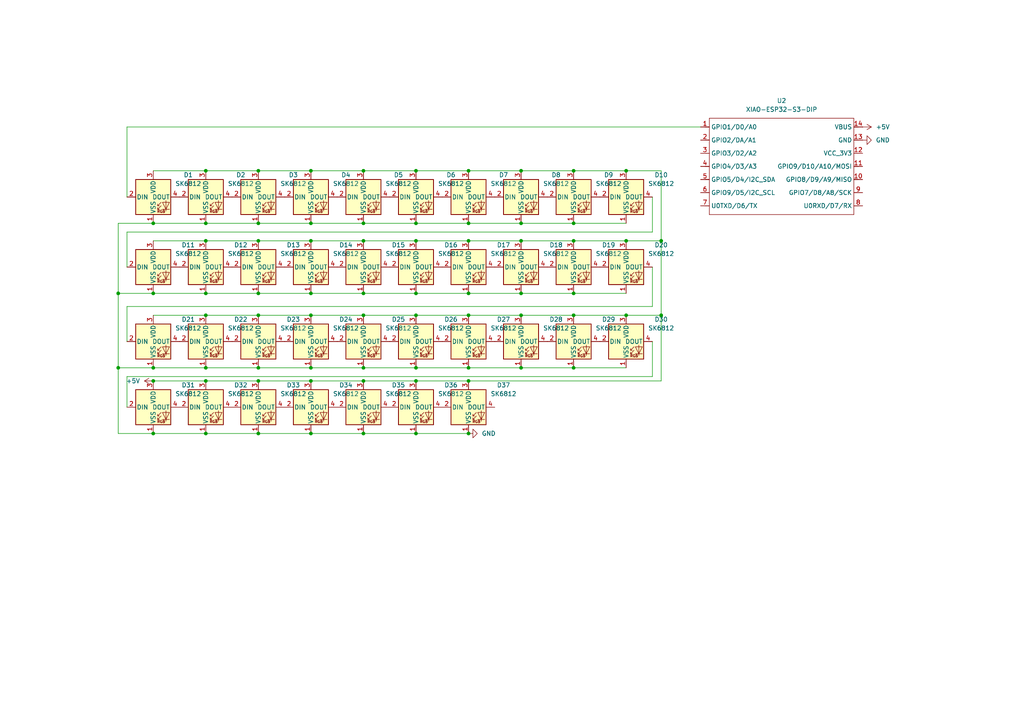
<source format=kicad_sch>
(kicad_sch
	(version 20250114)
	(generator "eeschema")
	(generator_version "9.0")
	(uuid "914b0c23-6f85-4bdd-9618-45282c83e540")
	(paper "A4")
	(lib_symbols
		(symbol "LED:SK6812"
			(pin_names
				(offset 0.254)
			)
			(exclude_from_sim no)
			(in_bom yes)
			(on_board yes)
			(property "Reference" "D"
				(at 5.08 5.715 0)
				(effects
					(font
						(size 1.27 1.27)
					)
					(justify right bottom)
				)
			)
			(property "Value" "SK6812"
				(at 1.27 -5.715 0)
				(effects
					(font
						(size 1.27 1.27)
					)
					(justify left top)
				)
			)
			(property "Footprint" "LED_SMD:LED_SK6812_PLCC4_5.0x5.0mm_P3.2mm"
				(at 1.27 -7.62 0)
				(effects
					(font
						(size 1.27 1.27)
					)
					(justify left top)
					(hide yes)
				)
			)
			(property "Datasheet" "https://cdn-shop.adafruit.com/product-files/1138/SK6812+LED+datasheet+.pdf"
				(at 2.54 -9.525 0)
				(effects
					(font
						(size 1.27 1.27)
					)
					(justify left top)
					(hide yes)
				)
			)
			(property "Description" "RGB LED with integrated controller"
				(at 0 0 0)
				(effects
					(font
						(size 1.27 1.27)
					)
					(hide yes)
				)
			)
			(property "ki_keywords" "RGB LED NeoPixel addressable"
				(at 0 0 0)
				(effects
					(font
						(size 1.27 1.27)
					)
					(hide yes)
				)
			)
			(property "ki_fp_filters" "LED*SK6812*PLCC*5.0x5.0mm*P3.2mm*"
				(at 0 0 0)
				(effects
					(font
						(size 1.27 1.27)
					)
					(hide yes)
				)
			)
			(symbol "SK6812_0_0"
				(text "RGB"
					(at 2.286 -4.191 0)
					(effects
						(font
							(size 0.762 0.762)
						)
					)
				)
			)
			(symbol "SK6812_0_1"
				(polyline
					(pts
						(xy 1.27 -2.54) (xy 1.778 -2.54)
					)
					(stroke
						(width 0)
						(type default)
					)
					(fill
						(type none)
					)
				)
				(polyline
					(pts
						(xy 1.27 -3.556) (xy 1.778 -3.556)
					)
					(stroke
						(width 0)
						(type default)
					)
					(fill
						(type none)
					)
				)
				(polyline
					(pts
						(xy 2.286 -1.524) (xy 1.27 -2.54) (xy 1.27 -2.032)
					)
					(stroke
						(width 0)
						(type default)
					)
					(fill
						(type none)
					)
				)
				(polyline
					(pts
						(xy 2.286 -2.54) (xy 1.27 -3.556) (xy 1.27 -3.048)
					)
					(stroke
						(width 0)
						(type default)
					)
					(fill
						(type none)
					)
				)
				(polyline
					(pts
						(xy 3.683 -1.016) (xy 3.683 -3.556) (xy 3.683 -4.064)
					)
					(stroke
						(width 0)
						(type default)
					)
					(fill
						(type none)
					)
				)
				(polyline
					(pts
						(xy 4.699 -1.524) (xy 2.667 -1.524) (xy 3.683 -3.556) (xy 4.699 -1.524)
					)
					(stroke
						(width 0)
						(type default)
					)
					(fill
						(type none)
					)
				)
				(polyline
					(pts
						(xy 4.699 -3.556) (xy 2.667 -3.556)
					)
					(stroke
						(width 0)
						(type default)
					)
					(fill
						(type none)
					)
				)
				(rectangle
					(start 5.08 5.08)
					(end -5.08 -5.08)
					(stroke
						(width 0.254)
						(type default)
					)
					(fill
						(type background)
					)
				)
			)
			(symbol "SK6812_1_1"
				(pin input line
					(at -7.62 0 0)
					(length 2.54)
					(name "DIN"
						(effects
							(font
								(size 1.27 1.27)
							)
						)
					)
					(number "2"
						(effects
							(font
								(size 1.27 1.27)
							)
						)
					)
				)
				(pin power_in line
					(at 0 7.62 270)
					(length 2.54)
					(name "VDD"
						(effects
							(font
								(size 1.27 1.27)
							)
						)
					)
					(number "3"
						(effects
							(font
								(size 1.27 1.27)
							)
						)
					)
				)
				(pin power_in line
					(at 0 -7.62 90)
					(length 2.54)
					(name "VSS"
						(effects
							(font
								(size 1.27 1.27)
							)
						)
					)
					(number "1"
						(effects
							(font
								(size 1.27 1.27)
							)
						)
					)
				)
				(pin output line
					(at 7.62 0 180)
					(length 2.54)
					(name "DOUT"
						(effects
							(font
								(size 1.27 1.27)
							)
						)
					)
					(number "4"
						(effects
							(font
								(size 1.27 1.27)
							)
						)
					)
				)
			)
			(embedded_fonts no)
		)
		(symbol "Xiao:XIAO-ESP32-S3-DIP"
			(exclude_from_sim no)
			(in_bom yes)
			(on_board yes)
			(property "Reference" "U"
				(at 1.27 0.508 0)
				(effects
					(font
						(size 1.27 1.27)
					)
				)
			)
			(property "Value" "XIAO-ESP32-S3-DIP"
				(at 9.652 -1.778 0)
				(effects
					(font
						(size 1.27 1.27)
					)
				)
			)
			(property "Footprint" "Module:MOUDLE14P-XIAO-DIP-SMD"
				(at 17.018 -31.75 0)
				(effects
					(font
						(size 1.27 1.27)
					)
					(hide yes)
				)
			)
			(property "Datasheet" ""
				(at 0 0 0)
				(effects
					(font
						(size 1.27 1.27)
					)
					(hide yes)
				)
			)
			(property "Description" ""
				(at 0 0 0)
				(effects
					(font
						(size 1.27 1.27)
					)
					(hide yes)
				)
			)
			(symbol "XIAO-ESP32-S3-DIP_1_0"
				(polyline
					(pts
						(xy 0 -2.54) (xy 41.91 -2.54)
					)
					(stroke
						(width 0.1524)
						(type solid)
					)
					(fill
						(type none)
					)
				)
				(polyline
					(pts
						(xy 0 -5.08) (xy -1.27 -5.08)
					)
					(stroke
						(width 0.1524)
						(type solid)
					)
					(fill
						(type none)
					)
				)
				(polyline
					(pts
						(xy 0 -5.08) (xy 0 -2.54)
					)
					(stroke
						(width 0.1524)
						(type solid)
					)
					(fill
						(type none)
					)
				)
				(polyline
					(pts
						(xy 0 -8.89) (xy -1.27 -8.89)
					)
					(stroke
						(width 0.1524)
						(type solid)
					)
					(fill
						(type none)
					)
				)
				(polyline
					(pts
						(xy 0 -8.89) (xy 0 -5.08)
					)
					(stroke
						(width 0.1524)
						(type solid)
					)
					(fill
						(type none)
					)
				)
				(polyline
					(pts
						(xy 0 -12.7) (xy -1.27 -12.7)
					)
					(stroke
						(width 0.1524)
						(type solid)
					)
					(fill
						(type none)
					)
				)
				(polyline
					(pts
						(xy 0 -12.7) (xy 0 -8.89)
					)
					(stroke
						(width 0.1524)
						(type solid)
					)
					(fill
						(type none)
					)
				)
				(polyline
					(pts
						(xy 0 -16.51) (xy -1.27 -16.51)
					)
					(stroke
						(width 0.1524)
						(type solid)
					)
					(fill
						(type none)
					)
				)
				(polyline
					(pts
						(xy 0 -16.51) (xy 0 -12.7)
					)
					(stroke
						(width 0.1524)
						(type solid)
					)
					(fill
						(type none)
					)
				)
				(polyline
					(pts
						(xy 0 -20.32) (xy -1.27 -20.32)
					)
					(stroke
						(width 0.1524)
						(type solid)
					)
					(fill
						(type none)
					)
				)
				(polyline
					(pts
						(xy 0 -24.13) (xy -1.27 -24.13)
					)
					(stroke
						(width 0.1524)
						(type solid)
					)
					(fill
						(type none)
					)
				)
				(polyline
					(pts
						(xy 0 -27.94) (xy -1.27 -27.94)
					)
					(stroke
						(width 0.1524)
						(type solid)
					)
					(fill
						(type none)
					)
				)
				(polyline
					(pts
						(xy 0 -30.48) (xy 0 -16.51)
					)
					(stroke
						(width 0.1524)
						(type solid)
					)
					(fill
						(type none)
					)
				)
				(polyline
					(pts
						(xy 41.91 -2.54) (xy 41.91 -5.08)
					)
					(stroke
						(width 0.1524)
						(type solid)
					)
					(fill
						(type none)
					)
				)
				(polyline
					(pts
						(xy 41.91 -5.08) (xy 41.91 -8.89)
					)
					(stroke
						(width 0.1524)
						(type solid)
					)
					(fill
						(type none)
					)
				)
				(polyline
					(pts
						(xy 41.91 -8.89) (xy 41.91 -12.7)
					)
					(stroke
						(width 0.1524)
						(type solid)
					)
					(fill
						(type none)
					)
				)
				(polyline
					(pts
						(xy 41.91 -12.7) (xy 41.91 -30.48)
					)
					(stroke
						(width 0.1524)
						(type solid)
					)
					(fill
						(type none)
					)
				)
				(polyline
					(pts
						(xy 41.91 -30.48) (xy 0 -30.48)
					)
					(stroke
						(width 0.1524)
						(type solid)
					)
					(fill
						(type none)
					)
				)
				(polyline
					(pts
						(xy 43.18 -5.08) (xy 41.91 -5.08)
					)
					(stroke
						(width 0.1524)
						(type solid)
					)
					(fill
						(type none)
					)
				)
				(polyline
					(pts
						(xy 43.18 -8.89) (xy 41.91 -8.89)
					)
					(stroke
						(width 0.1524)
						(type solid)
					)
					(fill
						(type none)
					)
				)
				(polyline
					(pts
						(xy 43.18 -12.7) (xy 41.91 -12.7)
					)
					(stroke
						(width 0.1524)
						(type solid)
					)
					(fill
						(type none)
					)
				)
				(polyline
					(pts
						(xy 43.18 -16.51) (xy 41.91 -16.51)
					)
					(stroke
						(width 0.1524)
						(type solid)
					)
					(fill
						(type none)
					)
				)
				(polyline
					(pts
						(xy 43.18 -20.32) (xy 41.91 -20.32)
					)
					(stroke
						(width 0.1524)
						(type solid)
					)
					(fill
						(type none)
					)
				)
				(polyline
					(pts
						(xy 43.18 -24.13) (xy 41.91 -24.13)
					)
					(stroke
						(width 0.1524)
						(type solid)
					)
					(fill
						(type none)
					)
				)
				(polyline
					(pts
						(xy 43.18 -27.94) (xy 41.91 -27.94)
					)
					(stroke
						(width 0.1524)
						(type solid)
					)
					(fill
						(type none)
					)
				)
				(pin passive line
					(at -2.54 -5.08 0)
					(length 2.54)
					(name "GPIO1/D0/A0"
						(effects
							(font
								(size 1.27 1.27)
							)
						)
					)
					(number "1"
						(effects
							(font
								(size 1.27 1.27)
							)
						)
					)
				)
				(pin passive line
					(at -2.54 -8.89 0)
					(length 2.54)
					(name "GPIO2/DA/A1"
						(effects
							(font
								(size 1.27 1.27)
							)
						)
					)
					(number "2"
						(effects
							(font
								(size 1.27 1.27)
							)
						)
					)
				)
				(pin passive line
					(at -2.54 -12.7 0)
					(length 2.54)
					(name "GPIO3/D2/A2"
						(effects
							(font
								(size 1.27 1.27)
							)
						)
					)
					(number "3"
						(effects
							(font
								(size 1.27 1.27)
							)
						)
					)
				)
				(pin passive line
					(at -2.54 -16.51 0)
					(length 2.54)
					(name "GPIO4/D3/A3"
						(effects
							(font
								(size 1.27 1.27)
							)
						)
					)
					(number "4"
						(effects
							(font
								(size 1.27 1.27)
							)
						)
					)
				)
				(pin passive line
					(at -2.54 -20.32 0)
					(length 2.54)
					(name "GPIO5/D4/I2C_SDA"
						(effects
							(font
								(size 1.27 1.27)
							)
						)
					)
					(number "5"
						(effects
							(font
								(size 1.27 1.27)
							)
						)
					)
				)
				(pin passive line
					(at -2.54 -24.13 0)
					(length 2.54)
					(name "GPIO9/D5/I2C_SCL"
						(effects
							(font
								(size 1.27 1.27)
							)
						)
					)
					(number "6"
						(effects
							(font
								(size 1.27 1.27)
							)
						)
					)
				)
				(pin passive line
					(at -2.54 -27.94 0)
					(length 2.54)
					(name "U0TXD/D6/TX"
						(effects
							(font
								(size 1.27 1.27)
							)
						)
					)
					(number "7"
						(effects
							(font
								(size 1.27 1.27)
							)
						)
					)
				)
				(pin passive line
					(at 44.45 -5.08 180)
					(length 2.54)
					(name "VBUS"
						(effects
							(font
								(size 1.27 1.27)
							)
						)
					)
					(number "14"
						(effects
							(font
								(size 1.27 1.27)
							)
						)
					)
				)
				(pin passive line
					(at 44.45 -8.89 180)
					(length 2.54)
					(name "GND"
						(effects
							(font
								(size 1.27 1.27)
							)
						)
					)
					(number "13"
						(effects
							(font
								(size 1.27 1.27)
							)
						)
					)
				)
				(pin passive line
					(at 44.45 -12.7 180)
					(length 2.54)
					(name "VCC_3V3"
						(effects
							(font
								(size 1.27 1.27)
							)
						)
					)
					(number "12"
						(effects
							(font
								(size 1.27 1.27)
							)
						)
					)
				)
				(pin passive line
					(at 44.45 -16.51 180)
					(length 2.54)
					(name "GPIO9/D10/A10/MOSI"
						(effects
							(font
								(size 1.27 1.27)
							)
						)
					)
					(number "11"
						(effects
							(font
								(size 1.27 1.27)
							)
						)
					)
				)
				(pin passive line
					(at 44.45 -20.32 180)
					(length 2.54)
					(name "GPIO8/D9/A9/MISO"
						(effects
							(font
								(size 1.27 1.27)
							)
						)
					)
					(number "10"
						(effects
							(font
								(size 1.27 1.27)
							)
						)
					)
				)
				(pin passive line
					(at 44.45 -24.13 180)
					(length 2.54)
					(name "GPIO7/D8/A8/SCK"
						(effects
							(font
								(size 1.27 1.27)
							)
						)
					)
					(number "9"
						(effects
							(font
								(size 1.27 1.27)
							)
						)
					)
				)
				(pin passive line
					(at 44.45 -27.94 180)
					(length 2.54)
					(name "U0RXD/D7/RX"
						(effects
							(font
								(size 1.27 1.27)
							)
						)
					)
					(number "8"
						(effects
							(font
								(size 1.27 1.27)
							)
						)
					)
				)
			)
			(embedded_fonts no)
		)
		(symbol "power:+5V"
			(power)
			(pin_numbers
				(hide yes)
			)
			(pin_names
				(offset 0)
				(hide yes)
			)
			(exclude_from_sim no)
			(in_bom yes)
			(on_board yes)
			(property "Reference" "#PWR"
				(at 0 -3.81 0)
				(effects
					(font
						(size 1.27 1.27)
					)
					(hide yes)
				)
			)
			(property "Value" "+5V"
				(at 0 3.556 0)
				(effects
					(font
						(size 1.27 1.27)
					)
				)
			)
			(property "Footprint" ""
				(at 0 0 0)
				(effects
					(font
						(size 1.27 1.27)
					)
					(hide yes)
				)
			)
			(property "Datasheet" ""
				(at 0 0 0)
				(effects
					(font
						(size 1.27 1.27)
					)
					(hide yes)
				)
			)
			(property "Description" "Power symbol creates a global label with name \"+5V\""
				(at 0 0 0)
				(effects
					(font
						(size 1.27 1.27)
					)
					(hide yes)
				)
			)
			(property "ki_keywords" "global power"
				(at 0 0 0)
				(effects
					(font
						(size 1.27 1.27)
					)
					(hide yes)
				)
			)
			(symbol "+5V_0_1"
				(polyline
					(pts
						(xy -0.762 1.27) (xy 0 2.54)
					)
					(stroke
						(width 0)
						(type default)
					)
					(fill
						(type none)
					)
				)
				(polyline
					(pts
						(xy 0 2.54) (xy 0.762 1.27)
					)
					(stroke
						(width 0)
						(type default)
					)
					(fill
						(type none)
					)
				)
				(polyline
					(pts
						(xy 0 0) (xy 0 2.54)
					)
					(stroke
						(width 0)
						(type default)
					)
					(fill
						(type none)
					)
				)
			)
			(symbol "+5V_1_1"
				(pin power_in line
					(at 0 0 90)
					(length 0)
					(name "~"
						(effects
							(font
								(size 1.27 1.27)
							)
						)
					)
					(number "1"
						(effects
							(font
								(size 1.27 1.27)
							)
						)
					)
				)
			)
			(embedded_fonts no)
		)
		(symbol "power:GND"
			(power)
			(pin_numbers
				(hide yes)
			)
			(pin_names
				(offset 0)
				(hide yes)
			)
			(exclude_from_sim no)
			(in_bom yes)
			(on_board yes)
			(property "Reference" "#PWR"
				(at 0 -6.35 0)
				(effects
					(font
						(size 1.27 1.27)
					)
					(hide yes)
				)
			)
			(property "Value" "GND"
				(at 0 -3.81 0)
				(effects
					(font
						(size 1.27 1.27)
					)
				)
			)
			(property "Footprint" ""
				(at 0 0 0)
				(effects
					(font
						(size 1.27 1.27)
					)
					(hide yes)
				)
			)
			(property "Datasheet" ""
				(at 0 0 0)
				(effects
					(font
						(size 1.27 1.27)
					)
					(hide yes)
				)
			)
			(property "Description" "Power symbol creates a global label with name \"GND\" , ground"
				(at 0 0 0)
				(effects
					(font
						(size 1.27 1.27)
					)
					(hide yes)
				)
			)
			(property "ki_keywords" "global power"
				(at 0 0 0)
				(effects
					(font
						(size 1.27 1.27)
					)
					(hide yes)
				)
			)
			(symbol "GND_0_1"
				(polyline
					(pts
						(xy 0 0) (xy 0 -1.27) (xy 1.27 -1.27) (xy 0 -2.54) (xy -1.27 -1.27) (xy 0 -1.27)
					)
					(stroke
						(width 0)
						(type default)
					)
					(fill
						(type none)
					)
				)
			)
			(symbol "GND_1_1"
				(pin power_in line
					(at 0 0 270)
					(length 0)
					(name "~"
						(effects
							(font
								(size 1.27 1.27)
							)
						)
					)
					(number "1"
						(effects
							(font
								(size 1.27 1.27)
							)
						)
					)
				)
			)
			(embedded_fonts no)
		)
	)
	(junction
		(at 151.13 49.53)
		(diameter 0)
		(color 0 0 0 0)
		(uuid "01fc1896-993b-4a5a-a86f-20b177fdc0cb")
	)
	(junction
		(at 166.37 85.09)
		(diameter 0)
		(color 0 0 0 0)
		(uuid "0719ccba-0a66-45db-adc8-0e68fce4a4d3")
	)
	(junction
		(at 191.77 91.44)
		(diameter 0)
		(color 0 0 0 0)
		(uuid "0945f8a4-1299-462c-ab42-f3b8731355c0")
	)
	(junction
		(at 135.89 110.49)
		(diameter 0)
		(color 0 0 0 0)
		(uuid "0cf4a92a-32be-49a3-ac4b-bec0a275d66f")
	)
	(junction
		(at 151.13 106.68)
		(diameter 0)
		(color 0 0 0 0)
		(uuid "1824c101-3279-4f95-9668-bf2f14e30e52")
	)
	(junction
		(at 90.17 49.53)
		(diameter 0)
		(color 0 0 0 0)
		(uuid "1cf851be-449a-41d8-8f2c-1e19320f414c")
	)
	(junction
		(at 59.69 64.77)
		(diameter 0)
		(color 0 0 0 0)
		(uuid "21ec6f9b-0f40-4075-8a6c-d31fa03b557f")
	)
	(junction
		(at 181.61 91.44)
		(diameter 0)
		(color 0 0 0 0)
		(uuid "2211a7da-8d6d-45a5-bcd5-78e282d88e79")
	)
	(junction
		(at 59.69 49.53)
		(diameter 0)
		(color 0 0 0 0)
		(uuid "24bd8245-76b7-441a-98ff-11195dab4e77")
	)
	(junction
		(at 90.17 91.44)
		(diameter 0)
		(color 0 0 0 0)
		(uuid "254f7b08-605e-4863-ac31-2d9f58626693")
	)
	(junction
		(at 44.45 125.73)
		(diameter 0)
		(color 0 0 0 0)
		(uuid "26407895-5047-4384-91f6-fce826aee086")
	)
	(junction
		(at 191.77 69.85)
		(diameter 0)
		(color 0 0 0 0)
		(uuid "26a3afd8-58fc-472e-a69f-8f8357f11a99")
	)
	(junction
		(at 34.29 106.68)
		(diameter 0)
		(color 0 0 0 0)
		(uuid "2a553fa6-43a1-495a-a8bf-be4fe696a89a")
	)
	(junction
		(at 59.69 106.68)
		(diameter 0)
		(color 0 0 0 0)
		(uuid "301c614b-ca84-4f15-8bf0-d63d0a82cf67")
	)
	(junction
		(at 74.93 64.77)
		(diameter 0)
		(color 0 0 0 0)
		(uuid "3244d8b1-9a99-4253-9dba-7f811a6fac72")
	)
	(junction
		(at 59.69 125.73)
		(diameter 0)
		(color 0 0 0 0)
		(uuid "33bd9b41-5ead-4e55-ba50-d26e492bc775")
	)
	(junction
		(at 181.61 49.53)
		(diameter 0)
		(color 0 0 0 0)
		(uuid "3b239138-5a3d-4d97-84f7-d26e5571b3a9")
	)
	(junction
		(at 44.45 85.09)
		(diameter 0)
		(color 0 0 0 0)
		(uuid "3da13897-f4bb-429c-8efe-969cfb52333c")
	)
	(junction
		(at 120.65 69.85)
		(diameter 0)
		(color 0 0 0 0)
		(uuid "420aaa0e-4d73-482d-83df-75fb93f6c157")
	)
	(junction
		(at 105.41 91.44)
		(diameter 0)
		(color 0 0 0 0)
		(uuid "512a068e-cae1-436b-8a21-6823fd812785")
	)
	(junction
		(at 151.13 85.09)
		(diameter 0)
		(color 0 0 0 0)
		(uuid "55559280-3f08-471b-87ff-852851b36480")
	)
	(junction
		(at 105.41 64.77)
		(diameter 0)
		(color 0 0 0 0)
		(uuid "5a0fb057-f8b6-4d8b-90b2-4f323e3e7fa5")
	)
	(junction
		(at 74.93 110.49)
		(diameter 0)
		(color 0 0 0 0)
		(uuid "5f22fade-ad23-4613-b365-89a84f83f816")
	)
	(junction
		(at 59.69 110.49)
		(diameter 0)
		(color 0 0 0 0)
		(uuid "64d82b59-f9a1-4015-b914-35a677b5d960")
	)
	(junction
		(at 74.93 106.68)
		(diameter 0)
		(color 0 0 0 0)
		(uuid "6a5f0417-fdd4-4190-88b1-3ef531725c1b")
	)
	(junction
		(at 59.69 91.44)
		(diameter 0)
		(color 0 0 0 0)
		(uuid "6e786fd3-53ff-4af0-bb7c-54f9fc1e581d")
	)
	(junction
		(at 34.29 85.09)
		(diameter 0)
		(color 0 0 0 0)
		(uuid "6ee4e17f-8e27-4949-ac8b-5bd255a73719")
	)
	(junction
		(at 120.65 91.44)
		(diameter 0)
		(color 0 0 0 0)
		(uuid "76e651b7-047e-435f-a376-8aa760df30f8")
	)
	(junction
		(at 90.17 85.09)
		(diameter 0)
		(color 0 0 0 0)
		(uuid "7ae69783-6385-40cd-a1fb-d2f54eef101c")
	)
	(junction
		(at 90.17 64.77)
		(diameter 0)
		(color 0 0 0 0)
		(uuid "7b19b943-e1ba-4ea5-8e39-0e3f0afeaace")
	)
	(junction
		(at 105.41 125.73)
		(diameter 0)
		(color 0 0 0 0)
		(uuid "7b399202-fead-4ae8-a312-b0069fc97e0a")
	)
	(junction
		(at 166.37 64.77)
		(diameter 0)
		(color 0 0 0 0)
		(uuid "7b622e40-628d-4563-af69-15d541ba6b86")
	)
	(junction
		(at 105.41 110.49)
		(diameter 0)
		(color 0 0 0 0)
		(uuid "7c211128-dc74-4c14-af76-e84643c147ce")
	)
	(junction
		(at 59.69 85.09)
		(diameter 0)
		(color 0 0 0 0)
		(uuid "7e51652d-d718-4652-a1a0-645add8c069d")
	)
	(junction
		(at 120.65 110.49)
		(diameter 0)
		(color 0 0 0 0)
		(uuid "8272afca-a687-45b2-8bba-d52554366017")
	)
	(junction
		(at 135.89 106.68)
		(diameter 0)
		(color 0 0 0 0)
		(uuid "84d6b54c-9759-4e17-94e7-baf6676214cb")
	)
	(junction
		(at 105.41 85.09)
		(diameter 0)
		(color 0 0 0 0)
		(uuid "8ce663f1-cddc-41b6-a3e7-63f01a27965e")
	)
	(junction
		(at 74.93 91.44)
		(diameter 0)
		(color 0 0 0 0)
		(uuid "909508d1-9b84-46df-9d17-9ed11830369f")
	)
	(junction
		(at 120.65 64.77)
		(diameter 0)
		(color 0 0 0 0)
		(uuid "93fc13f3-1a89-4dc8-827f-fb7732188729")
	)
	(junction
		(at 90.17 125.73)
		(diameter 0)
		(color 0 0 0 0)
		(uuid "9421a08c-58ee-4aff-b0e8-c5fe122a00da")
	)
	(junction
		(at 74.93 69.85)
		(diameter 0)
		(color 0 0 0 0)
		(uuid "997b43ba-3a51-4fc9-9b74-b2e2358a9442")
	)
	(junction
		(at 151.13 69.85)
		(diameter 0)
		(color 0 0 0 0)
		(uuid "998a0a84-d2e4-432e-a6d5-21c27c42199e")
	)
	(junction
		(at 135.89 49.53)
		(diameter 0)
		(color 0 0 0 0)
		(uuid "9c99f51f-3264-4c57-9e18-2f8d5c93a5f5")
	)
	(junction
		(at 74.93 49.53)
		(diameter 0)
		(color 0 0 0 0)
		(uuid "a6e9937e-a4c7-456d-bbba-a959a8efb427")
	)
	(junction
		(at 166.37 69.85)
		(diameter 0)
		(color 0 0 0 0)
		(uuid "a936a25a-cb2f-4fb2-baa1-4299fc23d656")
	)
	(junction
		(at 151.13 64.77)
		(diameter 0)
		(color 0 0 0 0)
		(uuid "a9e35d7f-2a81-46bc-b517-ad3581ea374c")
	)
	(junction
		(at 44.45 106.68)
		(diameter 0)
		(color 0 0 0 0)
		(uuid "adddc1f6-b3e6-4521-8a8d-81523cc9d80a")
	)
	(junction
		(at 105.41 49.53)
		(diameter 0)
		(color 0 0 0 0)
		(uuid "af1c52ce-5e9c-47f9-85e6-f6fa7e0635f3")
	)
	(junction
		(at 166.37 106.68)
		(diameter 0)
		(color 0 0 0 0)
		(uuid "b3771aea-b2dc-435e-a65f-534b505782c0")
	)
	(junction
		(at 135.89 69.85)
		(diameter 0)
		(color 0 0 0 0)
		(uuid "b4ee8105-04a4-45ae-8553-9b6cf51061c3")
	)
	(junction
		(at 120.65 106.68)
		(diameter 0)
		(color 0 0 0 0)
		(uuid "b7e8d7ec-6fd3-4992-9ba0-914a464aa1be")
	)
	(junction
		(at 74.93 85.09)
		(diameter 0)
		(color 0 0 0 0)
		(uuid "c0f8fec1-eae0-4b43-8f91-5b0d9e8f7315")
	)
	(junction
		(at 90.17 106.68)
		(diameter 0)
		(color 0 0 0 0)
		(uuid "c28aa16f-deb3-4c23-ac55-dc43e120885f")
	)
	(junction
		(at 135.89 91.44)
		(diameter 0)
		(color 0 0 0 0)
		(uuid "c5e27c78-60d6-4265-b29a-894cc7c20ba0")
	)
	(junction
		(at 166.37 49.53)
		(diameter 0)
		(color 0 0 0 0)
		(uuid "cfa47e74-13b7-48d3-95ee-39aae51c31ea")
	)
	(junction
		(at 120.65 49.53)
		(diameter 0)
		(color 0 0 0 0)
		(uuid "d17a8ef8-4fd1-4aaf-8b39-276f9fd5e908")
	)
	(junction
		(at 120.65 125.73)
		(diameter 0)
		(color 0 0 0 0)
		(uuid "d242052d-98e7-4186-bcd0-a7e8f39d5897")
	)
	(junction
		(at 105.41 69.85)
		(diameter 0)
		(color 0 0 0 0)
		(uuid "d5533bce-886d-494a-901f-66c4861d0990")
	)
	(junction
		(at 166.37 91.44)
		(diameter 0)
		(color 0 0 0 0)
		(uuid "d60f6efd-1456-4d1d-86f4-a9c9776c395f")
	)
	(junction
		(at 105.41 106.68)
		(diameter 0)
		(color 0 0 0 0)
		(uuid "d769a645-c6af-40d4-bf39-c1f3173b658a")
	)
	(junction
		(at 135.89 64.77)
		(diameter 0)
		(color 0 0 0 0)
		(uuid "d7eb7049-9fcf-4cb6-884d-5928d61930c9")
	)
	(junction
		(at 44.45 110.49)
		(diameter 0)
		(color 0 0 0 0)
		(uuid "d87fa4fd-633f-4502-a4b5-50d7dd16ff60")
	)
	(junction
		(at 135.89 125.73)
		(diameter 0)
		(color 0 0 0 0)
		(uuid "e06d365e-d107-4111-b923-4399974dbf9e")
	)
	(junction
		(at 135.89 85.09)
		(diameter 0)
		(color 0 0 0 0)
		(uuid "e781c9d4-6336-4e94-a846-be5b97d0d8f3")
	)
	(junction
		(at 120.65 85.09)
		(diameter 0)
		(color 0 0 0 0)
		(uuid "e7a274e8-a174-4f1e-a4e5-66b55eb0a27a")
	)
	(junction
		(at 74.93 125.73)
		(diameter 0)
		(color 0 0 0 0)
		(uuid "e8c9969f-b057-42a4-9006-1995beb12483")
	)
	(junction
		(at 59.69 69.85)
		(diameter 0)
		(color 0 0 0 0)
		(uuid "f180565d-f889-4605-9058-257913135e7a")
	)
	(junction
		(at 90.17 110.49)
		(diameter 0)
		(color 0 0 0 0)
		(uuid "f2680e64-0c10-45fb-a0df-3a546ac0e73e")
	)
	(junction
		(at 181.61 69.85)
		(diameter 0)
		(color 0 0 0 0)
		(uuid "f8aaa9d0-adfc-4b70-a196-1576b254edfa")
	)
	(junction
		(at 151.13 91.44)
		(diameter 0)
		(color 0 0 0 0)
		(uuid "f9cbaa14-45e7-4c58-9392-5897860e9174")
	)
	(junction
		(at 90.17 69.85)
		(diameter 0)
		(color 0 0 0 0)
		(uuid "fbf07e91-4a52-464e-8343-2c237d197cff")
	)
	(junction
		(at 44.45 64.77)
		(diameter 0)
		(color 0 0 0 0)
		(uuid "fea10434-373e-40f9-a753-36f7cc6b4ccb")
	)
	(wire
		(pts
			(xy 166.37 69.85) (xy 181.61 69.85)
		)
		(stroke
			(width 0)
			(type default)
		)
		(uuid "03699c30-d0d2-45aa-9e19-0d15e5544d72")
	)
	(wire
		(pts
			(xy 203.2 36.83) (xy 36.83 36.83)
		)
		(stroke
			(width 0)
			(type default)
		)
		(uuid "0410d2b3-a669-4a03-bc7f-1db5f474f396")
	)
	(wire
		(pts
			(xy 90.17 64.77) (xy 105.41 64.77)
		)
		(stroke
			(width 0)
			(type default)
		)
		(uuid "059e2381-94ee-4806-bf36-33b112b52125")
	)
	(wire
		(pts
			(xy 34.29 106.68) (xy 34.29 125.73)
		)
		(stroke
			(width 0)
			(type default)
		)
		(uuid "07e70e6a-3a30-4aa1-90c9-67de892d9bc4")
	)
	(wire
		(pts
			(xy 36.83 109.22) (xy 36.83 118.11)
		)
		(stroke
			(width 0)
			(type default)
		)
		(uuid "08559c42-bc31-4207-a056-8991e3e1aafb")
	)
	(wire
		(pts
			(xy 90.17 85.09) (xy 105.41 85.09)
		)
		(stroke
			(width 0)
			(type default)
		)
		(uuid "0c14d05b-4875-48ef-aced-0b9b6b3b5392")
	)
	(wire
		(pts
			(xy 181.61 49.53) (xy 191.77 49.53)
		)
		(stroke
			(width 0)
			(type default)
		)
		(uuid "0ca94511-d28f-4aed-946d-0ad257b6c3f4")
	)
	(wire
		(pts
			(xy 105.41 64.77) (xy 120.65 64.77)
		)
		(stroke
			(width 0)
			(type default)
		)
		(uuid "113cef92-7468-4a6e-94dd-daeec97d14dc")
	)
	(wire
		(pts
			(xy 120.65 91.44) (xy 135.89 91.44)
		)
		(stroke
			(width 0)
			(type default)
		)
		(uuid "182325eb-02cf-434e-9c2b-b81be00dd7b5")
	)
	(wire
		(pts
			(xy 151.13 91.44) (xy 166.37 91.44)
		)
		(stroke
			(width 0)
			(type default)
		)
		(uuid "18d7e682-f610-4329-9de4-eee154f3cbc2")
	)
	(wire
		(pts
			(xy 74.93 106.68) (xy 90.17 106.68)
		)
		(stroke
			(width 0)
			(type default)
		)
		(uuid "1e012eb6-892b-42da-ad0d-37765861df00")
	)
	(wire
		(pts
			(xy 135.89 91.44) (xy 151.13 91.44)
		)
		(stroke
			(width 0)
			(type default)
		)
		(uuid "245e7d34-ca6a-4eb3-be46-fcb9f21132ea")
	)
	(wire
		(pts
			(xy 34.29 64.77) (xy 34.29 85.09)
		)
		(stroke
			(width 0)
			(type default)
		)
		(uuid "25079ddd-93ee-4bbf-b310-f71deb410511")
	)
	(wire
		(pts
			(xy 44.45 125.73) (xy 59.69 125.73)
		)
		(stroke
			(width 0)
			(type default)
		)
		(uuid "26ff6ba6-2fd1-4552-82ad-db011b00cb93")
	)
	(wire
		(pts
			(xy 166.37 85.09) (xy 181.61 85.09)
		)
		(stroke
			(width 0)
			(type default)
		)
		(uuid "2b59bab8-e0c9-4911-a1e2-b639e406da85")
	)
	(wire
		(pts
			(xy 90.17 49.53) (xy 105.41 49.53)
		)
		(stroke
			(width 0)
			(type default)
		)
		(uuid "2e029fbe-77a9-402a-b3b8-15104d724a63")
	)
	(wire
		(pts
			(xy 120.65 85.09) (xy 135.89 85.09)
		)
		(stroke
			(width 0)
			(type default)
		)
		(uuid "2eb3eafc-a546-4569-8f46-af84c42cb615")
	)
	(wire
		(pts
			(xy 59.69 125.73) (xy 74.93 125.73)
		)
		(stroke
			(width 0)
			(type default)
		)
		(uuid "303da73a-f043-40af-8f2e-bec782a00250")
	)
	(wire
		(pts
			(xy 135.89 85.09) (xy 151.13 85.09)
		)
		(stroke
			(width 0)
			(type default)
		)
		(uuid "308bd0bf-525d-4e40-9a1d-383fb579abce")
	)
	(wire
		(pts
			(xy 189.23 67.31) (xy 36.83 67.31)
		)
		(stroke
			(width 0)
			(type default)
		)
		(uuid "341169eb-b286-4d85-9bc0-3263a09b6d48")
	)
	(wire
		(pts
			(xy 166.37 64.77) (xy 181.61 64.77)
		)
		(stroke
			(width 0)
			(type default)
		)
		(uuid "35468143-d2bd-43b9-b325-311ad79280d9")
	)
	(wire
		(pts
			(xy 189.23 77.47) (xy 189.23 88.9)
		)
		(stroke
			(width 0)
			(type default)
		)
		(uuid "3ba4fde4-136e-41d2-9745-60065c48e1f5")
	)
	(wire
		(pts
			(xy 34.29 125.73) (xy 44.45 125.73)
		)
		(stroke
			(width 0)
			(type default)
		)
		(uuid "456474fc-b6b9-446b-96c8-c40a176cb821")
	)
	(wire
		(pts
			(xy 59.69 106.68) (xy 74.93 106.68)
		)
		(stroke
			(width 0)
			(type default)
		)
		(uuid "46051659-c48d-44c2-b425-830005142ddc")
	)
	(wire
		(pts
			(xy 34.29 106.68) (xy 44.45 106.68)
		)
		(stroke
			(width 0)
			(type default)
		)
		(uuid "48f2aac3-c8ef-43a0-9b4b-2af0abe40051")
	)
	(wire
		(pts
			(xy 90.17 110.49) (xy 105.41 110.49)
		)
		(stroke
			(width 0)
			(type default)
		)
		(uuid "4987c42b-4cc8-44d7-bf40-3a43aafd6aab")
	)
	(wire
		(pts
			(xy 191.77 91.44) (xy 191.77 110.49)
		)
		(stroke
			(width 0)
			(type default)
		)
		(uuid "4c94e1c7-f7b7-4190-8b00-dd40cedcc93b")
	)
	(wire
		(pts
			(xy 135.89 110.49) (xy 191.77 110.49)
		)
		(stroke
			(width 0)
			(type default)
		)
		(uuid "4d97893b-239d-40c7-be0d-b471829c8762")
	)
	(wire
		(pts
			(xy 59.69 85.09) (xy 74.93 85.09)
		)
		(stroke
			(width 0)
			(type default)
		)
		(uuid "4dab19a6-d86d-4b97-bdc8-0523f6469ab9")
	)
	(wire
		(pts
			(xy 44.45 106.68) (xy 59.69 106.68)
		)
		(stroke
			(width 0)
			(type default)
		)
		(uuid "4dc48cdb-a16c-4aee-8c89-a22608450700")
	)
	(wire
		(pts
			(xy 59.69 69.85) (xy 74.93 69.85)
		)
		(stroke
			(width 0)
			(type default)
		)
		(uuid "4ff89413-f44e-437d-8bb1-ef108bb32ca8")
	)
	(wire
		(pts
			(xy 44.45 69.85) (xy 59.69 69.85)
		)
		(stroke
			(width 0)
			(type default)
		)
		(uuid "5006b4ab-d4a3-475b-b1a3-bbad0a7c69c6")
	)
	(wire
		(pts
			(xy 105.41 91.44) (xy 120.65 91.44)
		)
		(stroke
			(width 0)
			(type default)
		)
		(uuid "526ba7a1-66e6-4ce0-bfb1-fc2a65d8b41c")
	)
	(wire
		(pts
			(xy 90.17 106.68) (xy 105.41 106.68)
		)
		(stroke
			(width 0)
			(type default)
		)
		(uuid "54a2ad07-e77e-4298-aa41-bd0aa4b93f1f")
	)
	(wire
		(pts
			(xy 74.93 110.49) (xy 90.17 110.49)
		)
		(stroke
			(width 0)
			(type default)
		)
		(uuid "5f686769-8f3b-4b6f-a620-aad7110cd3dd")
	)
	(wire
		(pts
			(xy 90.17 91.44) (xy 105.41 91.44)
		)
		(stroke
			(width 0)
			(type default)
		)
		(uuid "64122a73-c22d-4168-afd0-38341c30e89e")
	)
	(wire
		(pts
			(xy 120.65 110.49) (xy 135.89 110.49)
		)
		(stroke
			(width 0)
			(type default)
		)
		(uuid "65f5a296-a793-445d-b969-f9a725700bde")
	)
	(wire
		(pts
			(xy 74.93 91.44) (xy 90.17 91.44)
		)
		(stroke
			(width 0)
			(type default)
		)
		(uuid "6a1bfe0d-134a-4bf1-873f-b0240036e1d2")
	)
	(wire
		(pts
			(xy 59.69 64.77) (xy 74.93 64.77)
		)
		(stroke
			(width 0)
			(type default)
		)
		(uuid "6cc22cd5-2e25-412b-a336-321852b0ad75")
	)
	(wire
		(pts
			(xy 120.65 64.77) (xy 135.89 64.77)
		)
		(stroke
			(width 0)
			(type default)
		)
		(uuid "7510a802-182a-4edc-9243-26e719d8c854")
	)
	(wire
		(pts
			(xy 189.23 88.9) (xy 36.83 88.9)
		)
		(stroke
			(width 0)
			(type default)
		)
		(uuid "76c5c8bb-99d1-47cd-9253-6ce37cbbd766")
	)
	(wire
		(pts
			(xy 120.65 69.85) (xy 135.89 69.85)
		)
		(stroke
			(width 0)
			(type default)
		)
		(uuid "772370d1-281c-4e4a-bf6c-58616cd37496")
	)
	(wire
		(pts
			(xy 181.61 91.44) (xy 191.77 91.44)
		)
		(stroke
			(width 0)
			(type default)
		)
		(uuid "7e1a2f86-1f4a-48b8-90c7-f32b6742fcc8")
	)
	(wire
		(pts
			(xy 44.45 64.77) (xy 59.69 64.77)
		)
		(stroke
			(width 0)
			(type default)
		)
		(uuid "7e3f2b76-b022-4c5a-ac2b-eba8c717c1d1")
	)
	(wire
		(pts
			(xy 105.41 85.09) (xy 120.65 85.09)
		)
		(stroke
			(width 0)
			(type default)
		)
		(uuid "809baa02-d27f-4769-9b9b-3008f2307540")
	)
	(wire
		(pts
			(xy 34.29 85.09) (xy 44.45 85.09)
		)
		(stroke
			(width 0)
			(type default)
		)
		(uuid "876ba2c5-ae0e-40ed-bf37-c3f7f9138b20")
	)
	(wire
		(pts
			(xy 151.13 69.85) (xy 166.37 69.85)
		)
		(stroke
			(width 0)
			(type default)
		)
		(uuid "8c83686c-00e5-47bf-8fb7-740d13b0f7c2")
	)
	(wire
		(pts
			(xy 36.83 88.9) (xy 36.83 99.06)
		)
		(stroke
			(width 0)
			(type default)
		)
		(uuid "8fc47fd4-ef6a-4649-9121-fe7b9238db98")
	)
	(wire
		(pts
			(xy 34.29 85.09) (xy 34.29 106.68)
		)
		(stroke
			(width 0)
			(type default)
		)
		(uuid "8ff6792a-ac30-4436-83bf-50b5bf16d504")
	)
	(wire
		(pts
			(xy 135.89 106.68) (xy 151.13 106.68)
		)
		(stroke
			(width 0)
			(type default)
		)
		(uuid "902ab3a8-53ab-46d9-8fee-0ecf0e6a5962")
	)
	(wire
		(pts
			(xy 59.69 49.53) (xy 74.93 49.53)
		)
		(stroke
			(width 0)
			(type default)
		)
		(uuid "9d0766d2-c36c-4e5c-a281-b870916f26c2")
	)
	(wire
		(pts
			(xy 74.93 64.77) (xy 90.17 64.77)
		)
		(stroke
			(width 0)
			(type default)
		)
		(uuid "9d284e93-277c-4f22-bc68-8775aca4445a")
	)
	(wire
		(pts
			(xy 120.65 106.68) (xy 135.89 106.68)
		)
		(stroke
			(width 0)
			(type default)
		)
		(uuid "9fa0d77a-cfe2-4194-91e3-d18a1c02c3c8")
	)
	(wire
		(pts
			(xy 59.69 91.44) (xy 74.93 91.44)
		)
		(stroke
			(width 0)
			(type default)
		)
		(uuid "a4102284-dd68-4aa7-be62-eddf1b668c37")
	)
	(wire
		(pts
			(xy 135.89 49.53) (xy 151.13 49.53)
		)
		(stroke
			(width 0)
			(type default)
		)
		(uuid "a4d8b5b7-5fb1-49b1-b1f5-2620f7fd05fe")
	)
	(wire
		(pts
			(xy 151.13 64.77) (xy 166.37 64.77)
		)
		(stroke
			(width 0)
			(type default)
		)
		(uuid "abd53463-de4c-4192-b6fd-b005c8930403")
	)
	(wire
		(pts
			(xy 151.13 85.09) (xy 166.37 85.09)
		)
		(stroke
			(width 0)
			(type default)
		)
		(uuid "abfe1dca-698a-4711-a8f2-e641ac04c702")
	)
	(wire
		(pts
			(xy 44.45 49.53) (xy 59.69 49.53)
		)
		(stroke
			(width 0)
			(type default)
		)
		(uuid "af31b8c4-3588-46ef-9c26-2d459b5080aa")
	)
	(wire
		(pts
			(xy 44.45 91.44) (xy 59.69 91.44)
		)
		(stroke
			(width 0)
			(type default)
		)
		(uuid "b078f9a0-df82-4836-ac15-133a378a7645")
	)
	(wire
		(pts
			(xy 59.69 110.49) (xy 74.93 110.49)
		)
		(stroke
			(width 0)
			(type default)
		)
		(uuid "b16d6a34-72dc-48f2-8036-edd5a088c787")
	)
	(wire
		(pts
			(xy 74.93 49.53) (xy 90.17 49.53)
		)
		(stroke
			(width 0)
			(type default)
		)
		(uuid "b46f7119-6929-406a-adca-f636ef405336")
	)
	(wire
		(pts
			(xy 166.37 49.53) (xy 181.61 49.53)
		)
		(stroke
			(width 0)
			(type default)
		)
		(uuid "b89915ea-028a-4e0b-a34a-973a864ddcfa")
	)
	(wire
		(pts
			(xy 105.41 49.53) (xy 120.65 49.53)
		)
		(stroke
			(width 0)
			(type default)
		)
		(uuid "b9ba23fd-169c-4904-81d6-0e3d77d0dba6")
	)
	(wire
		(pts
			(xy 36.83 36.83) (xy 36.83 57.15)
		)
		(stroke
			(width 0)
			(type default)
		)
		(uuid "befad0a3-d23a-429c-9815-b82f8feae95c")
	)
	(wire
		(pts
			(xy 120.65 49.53) (xy 135.89 49.53)
		)
		(stroke
			(width 0)
			(type default)
		)
		(uuid "c087ec53-8592-4a66-85b5-b9133854de14")
	)
	(wire
		(pts
			(xy 191.77 49.53) (xy 191.77 69.85)
		)
		(stroke
			(width 0)
			(type default)
		)
		(uuid "c2122219-79a4-4568-888d-9739b71c14c3")
	)
	(wire
		(pts
			(xy 74.93 69.85) (xy 90.17 69.85)
		)
		(stroke
			(width 0)
			(type default)
		)
		(uuid "c33df49f-7f2b-4d48-a692-bfbcd21c46d2")
	)
	(wire
		(pts
			(xy 166.37 106.68) (xy 181.61 106.68)
		)
		(stroke
			(width 0)
			(type default)
		)
		(uuid "c48d0fc1-df83-461d-b157-1e15f46cf95d")
	)
	(wire
		(pts
			(xy 90.17 125.73) (xy 105.41 125.73)
		)
		(stroke
			(width 0)
			(type default)
		)
		(uuid "c80a4fea-a6d4-4130-a7f1-417b1a89e6b1")
	)
	(wire
		(pts
			(xy 189.23 109.22) (xy 36.83 109.22)
		)
		(stroke
			(width 0)
			(type default)
		)
		(uuid "c8a2a911-eddc-4502-82af-5f5753f8d70c")
	)
	(wire
		(pts
			(xy 135.89 69.85) (xy 151.13 69.85)
		)
		(stroke
			(width 0)
			(type default)
		)
		(uuid "c92dfdc8-ac68-4665-98fc-4e7e41fd17eb")
	)
	(wire
		(pts
			(xy 120.65 125.73) (xy 135.89 125.73)
		)
		(stroke
			(width 0)
			(type default)
		)
		(uuid "c933bd63-a4be-41b4-99a6-c97e45747a2a")
	)
	(wire
		(pts
			(xy 74.93 85.09) (xy 90.17 85.09)
		)
		(stroke
			(width 0)
			(type default)
		)
		(uuid "c9933eb7-0c94-4a20-a46e-2b8b20280616")
	)
	(wire
		(pts
			(xy 189.23 99.06) (xy 189.23 109.22)
		)
		(stroke
			(width 0)
			(type default)
		)
		(uuid "cf16678c-8ea6-4cdd-aed6-7ee682a0c786")
	)
	(wire
		(pts
			(xy 166.37 91.44) (xy 181.61 91.44)
		)
		(stroke
			(width 0)
			(type default)
		)
		(uuid "d124c74d-986b-488a-ac3a-a74cf9c04be5")
	)
	(wire
		(pts
			(xy 135.89 64.77) (xy 151.13 64.77)
		)
		(stroke
			(width 0)
			(type default)
		)
		(uuid "d239762d-4eee-43ad-844d-e3e5edba634a")
	)
	(wire
		(pts
			(xy 189.23 57.15) (xy 189.23 67.31)
		)
		(stroke
			(width 0)
			(type default)
		)
		(uuid "d40b93b2-1017-41a5-9162-a3e81c82340b")
	)
	(wire
		(pts
			(xy 44.45 110.49) (xy 59.69 110.49)
		)
		(stroke
			(width 0)
			(type default)
		)
		(uuid "d94b4236-4a6a-4ef0-9f59-28000d1064ff")
	)
	(wire
		(pts
			(xy 151.13 49.53) (xy 166.37 49.53)
		)
		(stroke
			(width 0)
			(type default)
		)
		(uuid "da4b9829-f9b7-4b06-bd8a-6c7dcf782f79")
	)
	(wire
		(pts
			(xy 191.77 69.85) (xy 191.77 91.44)
		)
		(stroke
			(width 0)
			(type default)
		)
		(uuid "da6cf1ff-0a4b-4ebf-a185-a7b61330c5d0")
	)
	(wire
		(pts
			(xy 151.13 106.68) (xy 166.37 106.68)
		)
		(stroke
			(width 0)
			(type default)
		)
		(uuid "e1feffff-e3bc-4e0d-8d3e-bb92ae4512df")
	)
	(wire
		(pts
			(xy 36.83 67.31) (xy 36.83 77.47)
		)
		(stroke
			(width 0)
			(type default)
		)
		(uuid "e3833b03-bb4d-4d9e-a468-e5c01a1f7aeb")
	)
	(wire
		(pts
			(xy 44.45 85.09) (xy 59.69 85.09)
		)
		(stroke
			(width 0)
			(type default)
		)
		(uuid "e4f0cf8a-474c-4886-bdac-6be427fb283b")
	)
	(wire
		(pts
			(xy 105.41 110.49) (xy 120.65 110.49)
		)
		(stroke
			(width 0)
			(type default)
		)
		(uuid "e56e3eaf-79ed-4acc-8080-bbdbf41d7117")
	)
	(wire
		(pts
			(xy 74.93 125.73) (xy 90.17 125.73)
		)
		(stroke
			(width 0)
			(type default)
		)
		(uuid "ebca1af9-abfe-4383-98c9-989245ca0b3b")
	)
	(wire
		(pts
			(xy 105.41 106.68) (xy 120.65 106.68)
		)
		(stroke
			(width 0)
			(type default)
		)
		(uuid "ee03d002-ca87-4faf-9f35-b6105306af6d")
	)
	(wire
		(pts
			(xy 191.77 69.85) (xy 181.61 69.85)
		)
		(stroke
			(width 0)
			(type default)
		)
		(uuid "f7d8699a-f8fa-4d20-b41f-fb393cd26505")
	)
	(wire
		(pts
			(xy 105.41 69.85) (xy 120.65 69.85)
		)
		(stroke
			(width 0)
			(type default)
		)
		(uuid "f856e11d-a85e-46bd-bc79-d086260c6d8e")
	)
	(wire
		(pts
			(xy 105.41 125.73) (xy 120.65 125.73)
		)
		(stroke
			(width 0)
			(type default)
		)
		(uuid "fa43b2be-6790-42a7-948e-ac12ed0a66d0")
	)
	(wire
		(pts
			(xy 90.17 69.85) (xy 105.41 69.85)
		)
		(stroke
			(width 0)
			(type default)
		)
		(uuid "fb96b5d9-48ab-4d6e-91d3-59cf09aacb84")
	)
	(wire
		(pts
			(xy 44.45 64.77) (xy 34.29 64.77)
		)
		(stroke
			(width 0)
			(type default)
		)
		(uuid "fca1856e-1b99-414b-8715-8cea3499132c")
	)
	(symbol
		(lib_id "LED:SK6812")
		(at 166.37 57.15 0)
		(unit 1)
		(exclude_from_sim no)
		(in_bom yes)
		(on_board yes)
		(dnp no)
		(fields_autoplaced yes)
		(uuid "0d2e9a2c-336f-4f87-abee-28b871b6b2fb")
		(property "Reference" "D9"
			(at 176.53 50.7298 0)
			(effects
				(font
					(size 1.27 1.27)
				)
			)
		)
		(property "Value" "SK6812"
			(at 176.53 53.2698 0)
			(effects
				(font
					(size 1.27 1.27)
				)
			)
		)
		(property "Footprint" "LED_SMD:LED_SK6812_PLCC4_5.0x5.0mm_P3.2mm"
			(at 167.64 64.77 0)
			(effects
				(font
					(size 1.27 1.27)
				)
				(justify left top)
				(hide yes)
			)
		)
		(property "Datasheet" "https://cdn-shop.adafruit.com/product-files/1138/SK6812+LED+datasheet+.pdf"
			(at 168.91 66.675 0)
			(effects
				(font
					(size 1.27 1.27)
				)
				(justify left top)
				(hide yes)
			)
		)
		(property "Description" "RGB LED with integrated controller"
			(at 166.37 57.15 0)
			(effects
				(font
					(size 1.27 1.27)
				)
				(hide yes)
			)
		)
		(pin "4"
			(uuid "accbbd93-ed49-446a-8b1a-5af69bd0ac31")
		)
		(pin "3"
			(uuid "d7385b1c-9c9b-4c9f-bc46-9adbd0808d06")
		)
		(pin "1"
			(uuid "4c2e257e-2be3-40c0-a53e-2d68f5ee7daa")
		)
		(pin "2"
			(uuid "e46d1da2-c4fc-4deb-93e7-19a0e1160097")
		)
		(instances
			(project "SuperPixel"
				(path "/914b0c23-6f85-4bdd-9618-45282c83e540"
					(reference "D9")
					(unit 1)
				)
			)
		)
	)
	(symbol
		(lib_id "LED:SK6812")
		(at 74.93 57.15 0)
		(unit 1)
		(exclude_from_sim no)
		(in_bom yes)
		(on_board yes)
		(dnp no)
		(fields_autoplaced yes)
		(uuid "1142ec0d-912f-45ce-9f45-0ba26c8ff923")
		(property "Reference" "D3"
			(at 85.09 50.7298 0)
			(effects
				(font
					(size 1.27 1.27)
				)
			)
		)
		(property "Value" "SK6812"
			(at 85.09 53.2698 0)
			(effects
				(font
					(size 1.27 1.27)
				)
			)
		)
		(property "Footprint" "LED_SMD:LED_SK6812_PLCC4_5.0x5.0mm_P3.2mm"
			(at 76.2 64.77 0)
			(effects
				(font
					(size 1.27 1.27)
				)
				(justify left top)
				(hide yes)
			)
		)
		(property "Datasheet" "https://cdn-shop.adafruit.com/product-files/1138/SK6812+LED+datasheet+.pdf"
			(at 77.47 66.675 0)
			(effects
				(font
					(size 1.27 1.27)
				)
				(justify left top)
				(hide yes)
			)
		)
		(property "Description" "RGB LED with integrated controller"
			(at 74.93 57.15 0)
			(effects
				(font
					(size 1.27 1.27)
				)
				(hide yes)
			)
		)
		(pin "4"
			(uuid "f815ce11-a7e1-4df6-b651-05ba69e2cf51")
		)
		(pin "3"
			(uuid "3aea7754-6054-45d0-9d18-006d557bce83")
		)
		(pin "1"
			(uuid "70c1fd36-07ce-4035-957c-4f7ce1324cff")
		)
		(pin "2"
			(uuid "d618ab5c-1955-4466-85e7-e0c7f7e93207")
		)
		(instances
			(project "SuperPixel"
				(path "/914b0c23-6f85-4bdd-9618-45282c83e540"
					(reference "D3")
					(unit 1)
				)
			)
		)
	)
	(symbol
		(lib_id "LED:SK6812")
		(at 151.13 57.15 0)
		(unit 1)
		(exclude_from_sim no)
		(in_bom yes)
		(on_board yes)
		(dnp no)
		(fields_autoplaced yes)
		(uuid "114bbe15-53ea-41c7-b331-047dc4fec027")
		(property "Reference" "D8"
			(at 161.29 50.7298 0)
			(effects
				(font
					(size 1.27 1.27)
				)
			)
		)
		(property "Value" "SK6812"
			(at 161.29 53.2698 0)
			(effects
				(font
					(size 1.27 1.27)
				)
			)
		)
		(property "Footprint" "LED_SMD:LED_SK6812_PLCC4_5.0x5.0mm_P3.2mm"
			(at 152.4 64.77 0)
			(effects
				(font
					(size 1.27 1.27)
				)
				(justify left top)
				(hide yes)
			)
		)
		(property "Datasheet" "https://cdn-shop.adafruit.com/product-files/1138/SK6812+LED+datasheet+.pdf"
			(at 153.67 66.675 0)
			(effects
				(font
					(size 1.27 1.27)
				)
				(justify left top)
				(hide yes)
			)
		)
		(property "Description" "RGB LED with integrated controller"
			(at 151.13 57.15 0)
			(effects
				(font
					(size 1.27 1.27)
				)
				(hide yes)
			)
		)
		(pin "4"
			(uuid "f815ce11-a7e1-4df6-b651-05ba69e2cf52")
		)
		(pin "3"
			(uuid "3aea7754-6054-45d0-9d18-006d557bce84")
		)
		(pin "1"
			(uuid "70c1fd36-07ce-4035-957c-4f7ce1324d00")
		)
		(pin "2"
			(uuid "d618ab5c-1955-4466-85e7-e0c7f7e93208")
		)
		(instances
			(project "SuperPixel"
				(path "/914b0c23-6f85-4bdd-9618-45282c83e540"
					(reference "D8")
					(unit 1)
				)
			)
		)
	)
	(symbol
		(lib_id "LED:SK6812")
		(at 90.17 99.06 0)
		(unit 1)
		(exclude_from_sim no)
		(in_bom yes)
		(on_board yes)
		(dnp no)
		(fields_autoplaced yes)
		(uuid "1b51ad22-c88d-4921-89ee-bf8b5f9260da")
		(property "Reference" "D24"
			(at 100.33 92.6398 0)
			(effects
				(font
					(size 1.27 1.27)
				)
			)
		)
		(property "Value" "SK6812"
			(at 100.33 95.1798 0)
			(effects
				(font
					(size 1.27 1.27)
				)
			)
		)
		(property "Footprint" "LED_SMD:LED_SK6812_PLCC4_5.0x5.0mm_P3.2mm"
			(at 91.44 106.68 0)
			(effects
				(font
					(size 1.27 1.27)
				)
				(justify left top)
				(hide yes)
			)
		)
		(property "Datasheet" "https://cdn-shop.adafruit.com/product-files/1138/SK6812+LED+datasheet+.pdf"
			(at 92.71 108.585 0)
			(effects
				(font
					(size 1.27 1.27)
				)
				(justify left top)
				(hide yes)
			)
		)
		(property "Description" "RGB LED with integrated controller"
			(at 90.17 99.06 0)
			(effects
				(font
					(size 1.27 1.27)
				)
				(hide yes)
			)
		)
		(pin "4"
			(uuid "467fe220-e3d3-4377-a268-c821fa9c9a5b")
		)
		(pin "3"
			(uuid "a599beb7-7e2d-4850-81c4-8161ce5204de")
		)
		(pin "1"
			(uuid "94a235bc-2bda-4ea7-90d4-e18a8df7fb49")
		)
		(pin "2"
			(uuid "1724cd39-e6f8-4571-be0d-d0db6dc81ba7")
		)
		(instances
			(project "SuperPixel"
				(path "/914b0c23-6f85-4bdd-9618-45282c83e540"
					(reference "D24")
					(unit 1)
				)
			)
		)
	)
	(symbol
		(lib_id "LED:SK6812")
		(at 135.89 57.15 0)
		(unit 1)
		(exclude_from_sim no)
		(in_bom yes)
		(on_board yes)
		(dnp no)
		(fields_autoplaced yes)
		(uuid "2b48000b-d84d-4edf-8a11-ca2ac92f58b5")
		(property "Reference" "D7"
			(at 146.05 50.7298 0)
			(effects
				(font
					(size 1.27 1.27)
				)
			)
		)
		(property "Value" "SK6812"
			(at 146.05 53.2698 0)
			(effects
				(font
					(size 1.27 1.27)
				)
			)
		)
		(property "Footprint" "LED_SMD:LED_SK6812_PLCC4_5.0x5.0mm_P3.2mm"
			(at 137.16 64.77 0)
			(effects
				(font
					(size 1.27 1.27)
				)
				(justify left top)
				(hide yes)
			)
		)
		(property "Datasheet" "https://cdn-shop.adafruit.com/product-files/1138/SK6812+LED+datasheet+.pdf"
			(at 138.43 66.675 0)
			(effects
				(font
					(size 1.27 1.27)
				)
				(justify left top)
				(hide yes)
			)
		)
		(property "Description" "RGB LED with integrated controller"
			(at 135.89 57.15 0)
			(effects
				(font
					(size 1.27 1.27)
				)
				(hide yes)
			)
		)
		(pin "4"
			(uuid "f815ce11-a7e1-4df6-b651-05ba69e2cf53")
		)
		(pin "3"
			(uuid "3aea7754-6054-45d0-9d18-006d557bce85")
		)
		(pin "1"
			(uuid "70c1fd36-07ce-4035-957c-4f7ce1324d01")
		)
		(pin "2"
			(uuid "d618ab5c-1955-4466-85e7-e0c7f7e93209")
		)
		(instances
			(project "SuperPixel"
				(path "/914b0c23-6f85-4bdd-9618-45282c83e540"
					(reference "D7")
					(unit 1)
				)
			)
		)
	)
	(symbol
		(lib_id "power:+5V")
		(at 250.19 36.83 270)
		(unit 1)
		(exclude_from_sim no)
		(in_bom yes)
		(on_board yes)
		(dnp no)
		(fields_autoplaced yes)
		(uuid "2c774584-a9f9-4572-b2df-8857288c24b9")
		(property "Reference" "#PWR04"
			(at 246.38 36.83 0)
			(effects
				(font
					(size 1.27 1.27)
				)
				(hide yes)
			)
		)
		(property "Value" "+5V"
			(at 254 36.8299 90)
			(effects
				(font
					(size 1.27 1.27)
				)
				(justify left)
			)
		)
		(property "Footprint" ""
			(at 250.19 36.83 0)
			(effects
				(font
					(size 1.27 1.27)
				)
				(hide yes)
			)
		)
		(property "Datasheet" ""
			(at 250.19 36.83 0)
			(effects
				(font
					(size 1.27 1.27)
				)
				(hide yes)
			)
		)
		(property "Description" "Power symbol creates a global label with name \"+5V\""
			(at 250.19 36.83 0)
			(effects
				(font
					(size 1.27 1.27)
				)
				(hide yes)
			)
		)
		(pin "1"
			(uuid "0475c479-fc93-44a0-84ad-bc8f250f85e0")
		)
		(instances
			(project "SuperPixel"
				(path "/914b0c23-6f85-4bdd-9618-45282c83e540"
					(reference "#PWR04")
					(unit 1)
				)
			)
		)
	)
	(symbol
		(lib_id "LED:SK6812")
		(at 90.17 118.11 0)
		(unit 1)
		(exclude_from_sim no)
		(in_bom yes)
		(on_board yes)
		(dnp no)
		(fields_autoplaced yes)
		(uuid "2d5a8ca1-e6a8-4adf-9f19-81f4e1423a5e")
		(property "Reference" "D34"
			(at 100.33 111.6898 0)
			(effects
				(font
					(size 1.27 1.27)
				)
			)
		)
		(property "Value" "SK6812"
			(at 100.33 114.2298 0)
			(effects
				(font
					(size 1.27 1.27)
				)
			)
		)
		(property "Footprint" "LED_SMD:LED_SK6812_PLCC4_5.0x5.0mm_P3.2mm"
			(at 91.44 125.73 0)
			(effects
				(font
					(size 1.27 1.27)
				)
				(justify left top)
				(hide yes)
			)
		)
		(property "Datasheet" "https://cdn-shop.adafruit.com/product-files/1138/SK6812+LED+datasheet+.pdf"
			(at 92.71 127.635 0)
			(effects
				(font
					(size 1.27 1.27)
				)
				(justify left top)
				(hide yes)
			)
		)
		(property "Description" "RGB LED with integrated controller"
			(at 90.17 118.11 0)
			(effects
				(font
					(size 1.27 1.27)
				)
				(hide yes)
			)
		)
		(pin "4"
			(uuid "b5b2819f-c0c4-4b0e-8c9d-f04212d85155")
		)
		(pin "3"
			(uuid "1bd97f1d-9221-4c88-b051-0a2a4fd6a28e")
		)
		(pin "1"
			(uuid "9fb48704-a3c0-4dea-8b44-050771d423cb")
		)
		(pin "2"
			(uuid "201bf56c-c08e-4d59-b12d-55f891dcd118")
		)
		(instances
			(project "SuperPixel"
				(path "/914b0c23-6f85-4bdd-9618-45282c83e540"
					(reference "D34")
					(unit 1)
				)
			)
		)
	)
	(symbol
		(lib_id "LED:SK6812")
		(at 44.45 77.47 0)
		(unit 1)
		(exclude_from_sim no)
		(in_bom yes)
		(on_board yes)
		(dnp no)
		(fields_autoplaced yes)
		(uuid "365eba11-6c41-4b3c-ac2d-68882b9374e7")
		(property "Reference" "D11"
			(at 54.61 71.0498 0)
			(effects
				(font
					(size 1.27 1.27)
				)
			)
		)
		(property "Value" "SK6812"
			(at 54.61 73.5898 0)
			(effects
				(font
					(size 1.27 1.27)
				)
			)
		)
		(property "Footprint" "LED_SMD:LED_SK6812_PLCC4_5.0x5.0mm_P3.2mm"
			(at 45.72 85.09 0)
			(effects
				(font
					(size 1.27 1.27)
				)
				(justify left top)
				(hide yes)
			)
		)
		(property "Datasheet" "https://cdn-shop.adafruit.com/product-files/1138/SK6812+LED+datasheet+.pdf"
			(at 46.99 86.995 0)
			(effects
				(font
					(size 1.27 1.27)
				)
				(justify left top)
				(hide yes)
			)
		)
		(property "Description" "RGB LED with integrated controller"
			(at 44.45 77.47 0)
			(effects
				(font
					(size 1.27 1.27)
				)
				(hide yes)
			)
		)
		(pin "4"
			(uuid "dafd4000-f3ce-42d8-aff2-0b2198b78287")
		)
		(pin "3"
			(uuid "a143f3c5-e45a-4615-868d-f75d390dd651")
		)
		(pin "1"
			(uuid "aa4f369c-1bb2-48a1-9307-67d219ee7c9c")
		)
		(pin "2"
			(uuid "8d133cd8-4a4c-4015-81d5-e715d05fc54d")
		)
		(instances
			(project "SuperPixel"
				(path "/914b0c23-6f85-4bdd-9618-45282c83e540"
					(reference "D11")
					(unit 1)
				)
			)
		)
	)
	(symbol
		(lib_id "LED:SK6812")
		(at 44.45 118.11 0)
		(unit 1)
		(exclude_from_sim no)
		(in_bom yes)
		(on_board yes)
		(dnp no)
		(fields_autoplaced yes)
		(uuid "4071c9ea-4ccd-489b-8e0c-2eff4c758707")
		(property "Reference" "D31"
			(at 54.61 111.6898 0)
			(effects
				(font
					(size 1.27 1.27)
				)
			)
		)
		(property "Value" "SK6812"
			(at 54.61 114.2298 0)
			(effects
				(font
					(size 1.27 1.27)
				)
			)
		)
		(property "Footprint" "LED_SMD:LED_SK6812_PLCC4_5.0x5.0mm_P3.2mm"
			(at 45.72 125.73 0)
			(effects
				(font
					(size 1.27 1.27)
				)
				(justify left top)
				(hide yes)
			)
		)
		(property "Datasheet" "https://cdn-shop.adafruit.com/product-files/1138/SK6812+LED+datasheet+.pdf"
			(at 46.99 127.635 0)
			(effects
				(font
					(size 1.27 1.27)
				)
				(justify left top)
				(hide yes)
			)
		)
		(property "Description" "RGB LED with integrated controller"
			(at 44.45 118.11 0)
			(effects
				(font
					(size 1.27 1.27)
				)
				(hide yes)
			)
		)
		(pin "4"
			(uuid "9ec2fd2e-c1b4-440c-8795-797ed3aac0da")
		)
		(pin "3"
			(uuid "abd19577-d16c-4ab5-be27-991a4e440229")
		)
		(pin "1"
			(uuid "7314b97c-6665-4cfb-9187-6fda329efe7d")
		)
		(pin "2"
			(uuid "5782163c-dc71-4ee6-9cdf-30f60f81220d")
		)
		(instances
			(project "SuperPixel"
				(path "/914b0c23-6f85-4bdd-9618-45282c83e540"
					(reference "D31")
					(unit 1)
				)
			)
		)
	)
	(symbol
		(lib_id "LED:SK6812")
		(at 105.41 99.06 0)
		(unit 1)
		(exclude_from_sim no)
		(in_bom yes)
		(on_board yes)
		(dnp no)
		(fields_autoplaced yes)
		(uuid "42429aa7-ec0d-49f1-a55f-8f8c0a5e0a1f")
		(property "Reference" "D25"
			(at 115.57 92.6398 0)
			(effects
				(font
					(size 1.27 1.27)
				)
			)
		)
		(property "Value" "SK6812"
			(at 115.57 95.1798 0)
			(effects
				(font
					(size 1.27 1.27)
				)
			)
		)
		(property "Footprint" "LED_SMD:LED_SK6812_PLCC4_5.0x5.0mm_P3.2mm"
			(at 106.68 106.68 0)
			(effects
				(font
					(size 1.27 1.27)
				)
				(justify left top)
				(hide yes)
			)
		)
		(property "Datasheet" "https://cdn-shop.adafruit.com/product-files/1138/SK6812+LED+datasheet+.pdf"
			(at 107.95 108.585 0)
			(effects
				(font
					(size 1.27 1.27)
				)
				(justify left top)
				(hide yes)
			)
		)
		(property "Description" "RGB LED with integrated controller"
			(at 105.41 99.06 0)
			(effects
				(font
					(size 1.27 1.27)
				)
				(hide yes)
			)
		)
		(pin "4"
			(uuid "20cebc8e-8887-448c-bc27-d3e84efcacea")
		)
		(pin "3"
			(uuid "cfeb1766-9f6e-4886-8241-6217be7370c2")
		)
		(pin "1"
			(uuid "3fbe818f-44e9-4753-98aa-dde2c232fad1")
		)
		(pin "2"
			(uuid "299e0420-d511-45ef-b812-7c207a40571d")
		)
		(instances
			(project "SuperPixel"
				(path "/914b0c23-6f85-4bdd-9618-45282c83e540"
					(reference "D25")
					(unit 1)
				)
			)
		)
	)
	(symbol
		(lib_id "LED:SK6812")
		(at 105.41 77.47 0)
		(unit 1)
		(exclude_from_sim no)
		(in_bom yes)
		(on_board yes)
		(dnp no)
		(fields_autoplaced yes)
		(uuid "534231f2-ebfa-462b-bc38-441f57cdaf02")
		(property "Reference" "D15"
			(at 115.57 71.0498 0)
			(effects
				(font
					(size 1.27 1.27)
				)
			)
		)
		(property "Value" "SK6812"
			(at 115.57 73.5898 0)
			(effects
				(font
					(size 1.27 1.27)
				)
			)
		)
		(property "Footprint" "LED_SMD:LED_SK6812_PLCC4_5.0x5.0mm_P3.2mm"
			(at 106.68 85.09 0)
			(effects
				(font
					(size 1.27 1.27)
				)
				(justify left top)
				(hide yes)
			)
		)
		(property "Datasheet" "https://cdn-shop.adafruit.com/product-files/1138/SK6812+LED+datasheet+.pdf"
			(at 107.95 86.995 0)
			(effects
				(font
					(size 1.27 1.27)
				)
				(justify left top)
				(hide yes)
			)
		)
		(property "Description" "RGB LED with integrated controller"
			(at 105.41 77.47 0)
			(effects
				(font
					(size 1.27 1.27)
				)
				(hide yes)
			)
		)
		(pin "4"
			(uuid "7aa46213-3639-43bc-90c3-63c3cbface31")
		)
		(pin "3"
			(uuid "d11f86f7-e1bf-4b0d-b26f-14ccbd1f159f")
		)
		(pin "1"
			(uuid "95e37cab-8580-4467-b9ff-91a5267fbfab")
		)
		(pin "2"
			(uuid "805a254e-dd17-442d-8a43-5bcd18995d1f")
		)
		(instances
			(project "SuperPixel"
				(path "/914b0c23-6f85-4bdd-9618-45282c83e540"
					(reference "D15")
					(unit 1)
				)
			)
		)
	)
	(symbol
		(lib_id "Xiao:XIAO-ESP32-S3-DIP")
		(at 205.74 31.75 0)
		(unit 1)
		(exclude_from_sim no)
		(in_bom yes)
		(on_board yes)
		(dnp no)
		(fields_autoplaced yes)
		(uuid "56fe4d99-0d20-4b8f-a59f-144abef36ff9")
		(property "Reference" "U2"
			(at 226.695 29.21 0)
			(effects
				(font
					(size 1.27 1.27)
				)
			)
		)
		(property "Value" "XIAO-ESP32-S3-DIP"
			(at 226.695 31.75 0)
			(effects
				(font
					(size 1.27 1.27)
				)
			)
		)
		(property "Footprint" "Xiao:XIAO-ESP32S3-DIP"
			(at 222.758 63.5 0)
			(effects
				(font
					(size 1.27 1.27)
				)
				(hide yes)
			)
		)
		(property "Datasheet" ""
			(at 205.74 31.75 0)
			(effects
				(font
					(size 1.27 1.27)
				)
				(hide yes)
			)
		)
		(property "Description" ""
			(at 205.74 31.75 0)
			(effects
				(font
					(size 1.27 1.27)
				)
				(hide yes)
			)
		)
		(pin "12"
			(uuid "4f26da89-ef1e-4fb1-a58f-ce309d92a83d")
		)
		(pin "1"
			(uuid "18192c5e-76bd-4c38-be44-42961b806d54")
		)
		(pin "2"
			(uuid "c05d7e8d-0b33-49a7-9494-1390e8ae2a42")
		)
		(pin "3"
			(uuid "48f23981-8d45-4878-89bd-f2e39f8424db")
		)
		(pin "13"
			(uuid "cd3b612d-5e2a-4fb9-b014-ea9e7cb87300")
		)
		(pin "4"
			(uuid "5408d10d-7b56-427c-b187-3e942457a675")
		)
		(pin "7"
			(uuid "5ad3c074-f377-42ca-8339-94cede09106b")
		)
		(pin "14"
			(uuid "d858b127-deae-4ce5-9a7a-634a1be1a524")
		)
		(pin "5"
			(uuid "f997b798-38cd-4120-9769-1aa652f5560e")
		)
		(pin "6"
			(uuid "fc05a2d0-500a-49d2-ba54-edae07a8c4e4")
		)
		(pin "11"
			(uuid "e207ec81-757b-4fea-ac49-7e1991af40c1")
		)
		(pin "10"
			(uuid "3d46672f-857f-4aa6-b160-e76782b222a9")
		)
		(pin "9"
			(uuid "6ffcda03-10aa-4c22-83be-1ec8e698e6e3")
		)
		(pin "8"
			(uuid "4799e75c-e0ca-47e9-a7a1-936d572d45c2")
		)
		(instances
			(project ""
				(path "/914b0c23-6f85-4bdd-9618-45282c83e540"
					(reference "U2")
					(unit 1)
				)
			)
		)
	)
	(symbol
		(lib_id "LED:SK6812")
		(at 181.61 99.06 0)
		(unit 1)
		(exclude_from_sim no)
		(in_bom yes)
		(on_board yes)
		(dnp no)
		(fields_autoplaced yes)
		(uuid "655555db-729e-4bfb-b0ff-053d8deac74c")
		(property "Reference" "D30"
			(at 191.77 92.6398 0)
			(effects
				(font
					(size 1.27 1.27)
				)
			)
		)
		(property "Value" "SK6812"
			(at 191.77 95.1798 0)
			(effects
				(font
					(size 1.27 1.27)
				)
			)
		)
		(property "Footprint" "LED_SMD:LED_SK6812_PLCC4_5.0x5.0mm_P3.2mm"
			(at 182.88 106.68 0)
			(effects
				(font
					(size 1.27 1.27)
				)
				(justify left top)
				(hide yes)
			)
		)
		(property "Datasheet" "https://cdn-shop.adafruit.com/product-files/1138/SK6812+LED+datasheet+.pdf"
			(at 184.15 108.585 0)
			(effects
				(font
					(size 1.27 1.27)
				)
				(justify left top)
				(hide yes)
			)
		)
		(property "Description" "RGB LED with integrated controller"
			(at 181.61 99.06 0)
			(effects
				(font
					(size 1.27 1.27)
				)
				(hide yes)
			)
		)
		(pin "4"
			(uuid "e29ccd38-b8a3-44ce-bbf8-c39fd71d7037")
		)
		(pin "3"
			(uuid "870a1fc9-b71e-4005-a990-6176718849ef")
		)
		(pin "1"
			(uuid "74ddf609-91ee-42b2-8be7-06ceb21fb49f")
		)
		(pin "2"
			(uuid "8b8071b7-3d89-450f-81b9-0b9061045ede")
		)
		(instances
			(project "SuperPixel"
				(path "/914b0c23-6f85-4bdd-9618-45282c83e540"
					(reference "D30")
					(unit 1)
				)
			)
		)
	)
	(symbol
		(lib_id "power:+5V")
		(at 44.45 110.49 90)
		(unit 1)
		(exclude_from_sim no)
		(in_bom yes)
		(on_board yes)
		(dnp no)
		(fields_autoplaced yes)
		(uuid "70c514e6-3e97-42e5-8ee7-faf3af3b60d6")
		(property "Reference" "#PWR05"
			(at 48.26 110.49 0)
			(effects
				(font
					(size 1.27 1.27)
				)
				(hide yes)
			)
		)
		(property "Value" "+5V"
			(at 40.64 110.4899 90)
			(effects
				(font
					(size 1.27 1.27)
				)
				(justify left)
			)
		)
		(property "Footprint" ""
			(at 44.45 110.49 0)
			(effects
				(font
					(size 1.27 1.27)
				)
				(hide yes)
			)
		)
		(property "Datasheet" ""
			(at 44.45 110.49 0)
			(effects
				(font
					(size 1.27 1.27)
				)
				(hide yes)
			)
		)
		(property "Description" "Power symbol creates a global label with name \"+5V\""
			(at 44.45 110.49 0)
			(effects
				(font
					(size 1.27 1.27)
				)
				(hide yes)
			)
		)
		(pin "1"
			(uuid "e176ec0b-60d1-4d75-9164-5ca3e27d4c8a")
		)
		(instances
			(project "SuperPixel"
				(path "/914b0c23-6f85-4bdd-9618-45282c83e540"
					(reference "#PWR05")
					(unit 1)
				)
			)
		)
	)
	(symbol
		(lib_id "LED:SK6812")
		(at 120.65 99.06 0)
		(unit 1)
		(exclude_from_sim no)
		(in_bom yes)
		(on_board yes)
		(dnp no)
		(fields_autoplaced yes)
		(uuid "724af6c2-0b04-4286-98ae-683ad156c39d")
		(property "Reference" "D26"
			(at 130.81 92.6398 0)
			(effects
				(font
					(size 1.27 1.27)
				)
			)
		)
		(property "Value" "SK6812"
			(at 130.81 95.1798 0)
			(effects
				(font
					(size 1.27 1.27)
				)
			)
		)
		(property "Footprint" "LED_SMD:LED_SK6812_PLCC4_5.0x5.0mm_P3.2mm"
			(at 121.92 106.68 0)
			(effects
				(font
					(size 1.27 1.27)
				)
				(justify left top)
				(hide yes)
			)
		)
		(property "Datasheet" "https://cdn-shop.adafruit.com/product-files/1138/SK6812+LED+datasheet+.pdf"
			(at 123.19 108.585 0)
			(effects
				(font
					(size 1.27 1.27)
				)
				(justify left top)
				(hide yes)
			)
		)
		(property "Description" "RGB LED with integrated controller"
			(at 120.65 99.06 0)
			(effects
				(font
					(size 1.27 1.27)
				)
				(hide yes)
			)
		)
		(pin "4"
			(uuid "d35237b1-c5c1-43bd-b6f0-f9db3980efcb")
		)
		(pin "3"
			(uuid "cdf87301-0ef6-4c2d-8e60-6044cf7ffabc")
		)
		(pin "1"
			(uuid "17d8b873-273f-4f88-a13e-a4bcd0b05d9f")
		)
		(pin "2"
			(uuid "dd3bce28-21a7-465d-a54b-1407a654aa92")
		)
		(instances
			(project "SuperPixel"
				(path "/914b0c23-6f85-4bdd-9618-45282c83e540"
					(reference "D26")
					(unit 1)
				)
			)
		)
	)
	(symbol
		(lib_id "LED:SK6812")
		(at 166.37 99.06 0)
		(unit 1)
		(exclude_from_sim no)
		(in_bom yes)
		(on_board yes)
		(dnp no)
		(fields_autoplaced yes)
		(uuid "740a7adb-4bd8-46f1-86d3-64eab618c6bb")
		(property "Reference" "D29"
			(at 176.53 92.6398 0)
			(effects
				(font
					(size 1.27 1.27)
				)
			)
		)
		(property "Value" "SK6812"
			(at 176.53 95.1798 0)
			(effects
				(font
					(size 1.27 1.27)
				)
			)
		)
		(property "Footprint" "LED_SMD:LED_SK6812_PLCC4_5.0x5.0mm_P3.2mm"
			(at 167.64 106.68 0)
			(effects
				(font
					(size 1.27 1.27)
				)
				(justify left top)
				(hide yes)
			)
		)
		(property "Datasheet" "https://cdn-shop.adafruit.com/product-files/1138/SK6812+LED+datasheet+.pdf"
			(at 168.91 108.585 0)
			(effects
				(font
					(size 1.27 1.27)
				)
				(justify left top)
				(hide yes)
			)
		)
		(property "Description" "RGB LED with integrated controller"
			(at 166.37 99.06 0)
			(effects
				(font
					(size 1.27 1.27)
				)
				(hide yes)
			)
		)
		(pin "4"
			(uuid "a4d001d0-b056-44f2-9ac4-08688d801ca5")
		)
		(pin "3"
			(uuid "34c8b345-15b5-477a-b82b-6728160ce589")
		)
		(pin "1"
			(uuid "2a43e49d-fca2-48e6-9c8c-0e9c6c3c46b7")
		)
		(pin "2"
			(uuid "47656b82-f33b-4111-8714-511a2d35bd1f")
		)
		(instances
			(project "SuperPixel"
				(path "/914b0c23-6f85-4bdd-9618-45282c83e540"
					(reference "D29")
					(unit 1)
				)
			)
		)
	)
	(symbol
		(lib_id "LED:SK6812")
		(at 120.65 77.47 0)
		(unit 1)
		(exclude_from_sim no)
		(in_bom yes)
		(on_board yes)
		(dnp no)
		(fields_autoplaced yes)
		(uuid "7ee9f101-9b7e-47c1-ae67-7fddc0a3a30c")
		(property "Reference" "D16"
			(at 130.81 71.0498 0)
			(effects
				(font
					(size 1.27 1.27)
				)
			)
		)
		(property "Value" "SK6812"
			(at 130.81 73.5898 0)
			(effects
				(font
					(size 1.27 1.27)
				)
			)
		)
		(property "Footprint" "LED_SMD:LED_SK6812_PLCC4_5.0x5.0mm_P3.2mm"
			(at 121.92 85.09 0)
			(effects
				(font
					(size 1.27 1.27)
				)
				(justify left top)
				(hide yes)
			)
		)
		(property "Datasheet" "https://cdn-shop.adafruit.com/product-files/1138/SK6812+LED+datasheet+.pdf"
			(at 123.19 86.995 0)
			(effects
				(font
					(size 1.27 1.27)
				)
				(justify left top)
				(hide yes)
			)
		)
		(property "Description" "RGB LED with integrated controller"
			(at 120.65 77.47 0)
			(effects
				(font
					(size 1.27 1.27)
				)
				(hide yes)
			)
		)
		(pin "4"
			(uuid "272e2117-e465-4dd9-837a-c2894fec078d")
		)
		(pin "3"
			(uuid "271b32a1-c440-4529-a6c7-704945987cb4")
		)
		(pin "1"
			(uuid "d7440ed5-d7dc-44d2-bb60-36200e1396f9")
		)
		(pin "2"
			(uuid "ed39cf4a-a1dd-426d-b6df-40513906a3df")
		)
		(instances
			(project "SuperPixel"
				(path "/914b0c23-6f85-4bdd-9618-45282c83e540"
					(reference "D16")
					(unit 1)
				)
			)
		)
	)
	(symbol
		(lib_id "power:GND")
		(at 135.89 125.73 90)
		(unit 1)
		(exclude_from_sim no)
		(in_bom yes)
		(on_board yes)
		(dnp no)
		(fields_autoplaced yes)
		(uuid "7f112fc2-ac42-48d0-bd2a-8b51ce1b630d")
		(property "Reference" "#PWR06"
			(at 142.24 125.73 0)
			(effects
				(font
					(size 1.27 1.27)
				)
				(hide yes)
			)
		)
		(property "Value" "GND"
			(at 139.7 125.7299 90)
			(effects
				(font
					(size 1.27 1.27)
				)
				(justify right)
			)
		)
		(property "Footprint" ""
			(at 135.89 125.73 0)
			(effects
				(font
					(size 1.27 1.27)
				)
				(hide yes)
			)
		)
		(property "Datasheet" ""
			(at 135.89 125.73 0)
			(effects
				(font
					(size 1.27 1.27)
				)
				(hide yes)
			)
		)
		(property "Description" "Power symbol creates a global label with name \"GND\" , ground"
			(at 135.89 125.73 0)
			(effects
				(font
					(size 1.27 1.27)
				)
				(hide yes)
			)
		)
		(pin "1"
			(uuid "61605bb4-9564-4c41-ba19-f22bbb9a2052")
		)
		(instances
			(project "SuperPixel"
				(path "/914b0c23-6f85-4bdd-9618-45282c83e540"
					(reference "#PWR06")
					(unit 1)
				)
			)
		)
	)
	(symbol
		(lib_id "LED:SK6812")
		(at 120.65 57.15 0)
		(unit 1)
		(exclude_from_sim no)
		(in_bom yes)
		(on_board yes)
		(dnp no)
		(fields_autoplaced yes)
		(uuid "8085c969-e988-4279-b8b1-2a41ea9e2038")
		(property "Reference" "D6"
			(at 130.81 50.7298 0)
			(effects
				(font
					(size 1.27 1.27)
				)
			)
		)
		(property "Value" "SK6812"
			(at 130.81 53.2698 0)
			(effects
				(font
					(size 1.27 1.27)
				)
			)
		)
		(property "Footprint" "LED_SMD:LED_SK6812_PLCC4_5.0x5.0mm_P3.2mm"
			(at 121.92 64.77 0)
			(effects
				(font
					(size 1.27 1.27)
				)
				(justify left top)
				(hide yes)
			)
		)
		(property "Datasheet" "https://cdn-shop.adafruit.com/product-files/1138/SK6812+LED+datasheet+.pdf"
			(at 123.19 66.675 0)
			(effects
				(font
					(size 1.27 1.27)
				)
				(justify left top)
				(hide yes)
			)
		)
		(property "Description" "RGB LED with integrated controller"
			(at 120.65 57.15 0)
			(effects
				(font
					(size 1.27 1.27)
				)
				(hide yes)
			)
		)
		(pin "4"
			(uuid "f815ce11-a7e1-4df6-b651-05ba69e2cf54")
		)
		(pin "3"
			(uuid "3aea7754-6054-45d0-9d18-006d557bce86")
		)
		(pin "1"
			(uuid "70c1fd36-07ce-4035-957c-4f7ce1324d02")
		)
		(pin "2"
			(uuid "d618ab5c-1955-4466-85e7-e0c7f7e9320a")
		)
		(instances
			(project "SuperPixel"
				(path "/914b0c23-6f85-4bdd-9618-45282c83e540"
					(reference "D6")
					(unit 1)
				)
			)
		)
	)
	(symbol
		(lib_id "LED:SK6812")
		(at 135.89 118.11 0)
		(unit 1)
		(exclude_from_sim no)
		(in_bom yes)
		(on_board yes)
		(dnp no)
		(fields_autoplaced yes)
		(uuid "855f4b07-2dfe-461e-aeb4-f573e411f67c")
		(property "Reference" "D37"
			(at 146.05 111.6898 0)
			(effects
				(font
					(size 1.27 1.27)
				)
			)
		)
		(property "Value" "SK6812"
			(at 146.05 114.2298 0)
			(effects
				(font
					(size 1.27 1.27)
				)
			)
		)
		(property "Footprint" "LED_SMD:LED_SK6812_PLCC4_5.0x5.0mm_P3.2mm"
			(at 137.16 125.73 0)
			(effects
				(font
					(size 1.27 1.27)
				)
				(justify left top)
				(hide yes)
			)
		)
		(property "Datasheet" "https://cdn-shop.adafruit.com/product-files/1138/SK6812+LED+datasheet+.pdf"
			(at 138.43 127.635 0)
			(effects
				(font
					(size 1.27 1.27)
				)
				(justify left top)
				(hide yes)
			)
		)
		(property "Description" "RGB LED with integrated controller"
			(at 135.89 118.11 0)
			(effects
				(font
					(size 1.27 1.27)
				)
				(hide yes)
			)
		)
		(pin "4"
			(uuid "d73707cc-da13-402a-83cf-3fb4d9ad233f")
		)
		(pin "3"
			(uuid "32ef47fc-a644-4a00-b1fd-c4ab269f9ea1")
		)
		(pin "1"
			(uuid "9338b811-77c2-4a39-b36d-e69f4d49ad89")
		)
		(pin "2"
			(uuid "e33bd17b-d4ce-4bf9-bcd9-1daaa4ea0289")
		)
		(instances
			(project "SuperPixel"
				(path "/914b0c23-6f85-4bdd-9618-45282c83e540"
					(reference "D37")
					(unit 1)
				)
			)
		)
	)
	(symbol
		(lib_id "LED:SK6812")
		(at 59.69 99.06 0)
		(unit 1)
		(exclude_from_sim no)
		(in_bom yes)
		(on_board yes)
		(dnp no)
		(fields_autoplaced yes)
		(uuid "906f17e8-9edb-4c3b-bb45-d724c3af9873")
		(property "Reference" "D22"
			(at 69.85 92.6398 0)
			(effects
				(font
					(size 1.27 1.27)
				)
			)
		)
		(property "Value" "SK6812"
			(at 69.85 95.1798 0)
			(effects
				(font
					(size 1.27 1.27)
				)
			)
		)
		(property "Footprint" "LED_SMD:LED_SK6812_PLCC4_5.0x5.0mm_P3.2mm"
			(at 60.96 106.68 0)
			(effects
				(font
					(size 1.27 1.27)
				)
				(justify left top)
				(hide yes)
			)
		)
		(property "Datasheet" "https://cdn-shop.adafruit.com/product-files/1138/SK6812+LED+datasheet+.pdf"
			(at 62.23 108.585 0)
			(effects
				(font
					(size 1.27 1.27)
				)
				(justify left top)
				(hide yes)
			)
		)
		(property "Description" "RGB LED with integrated controller"
			(at 59.69 99.06 0)
			(effects
				(font
					(size 1.27 1.27)
				)
				(hide yes)
			)
		)
		(pin "4"
			(uuid "d02764e2-42a8-4e49-9255-69a6a94531dd")
		)
		(pin "3"
			(uuid "5e3e2cc3-8313-4d09-a9f5-f86fa4448ffd")
		)
		(pin "1"
			(uuid "4e4fded8-e710-41a8-93bb-f1c86ca8d063")
		)
		(pin "2"
			(uuid "338a9f77-33cb-416f-856d-c9f755556603")
		)
		(instances
			(project "SuperPixel"
				(path "/914b0c23-6f85-4bdd-9618-45282c83e540"
					(reference "D22")
					(unit 1)
				)
			)
		)
	)
	(symbol
		(lib_id "LED:SK6812")
		(at 105.41 57.15 0)
		(unit 1)
		(exclude_from_sim no)
		(in_bom yes)
		(on_board yes)
		(dnp no)
		(fields_autoplaced yes)
		(uuid "9e0d1e40-11c5-4b46-b0d4-4fc9929a6e88")
		(property "Reference" "D5"
			(at 115.57 50.7298 0)
			(effects
				(font
					(size 1.27 1.27)
				)
			)
		)
		(property "Value" "SK6812"
			(at 115.57 53.2698 0)
			(effects
				(font
					(size 1.27 1.27)
				)
			)
		)
		(property "Footprint" "LED_SMD:LED_SK6812_PLCC4_5.0x5.0mm_P3.2mm"
			(at 106.68 64.77 0)
			(effects
				(font
					(size 1.27 1.27)
				)
				(justify left top)
				(hide yes)
			)
		)
		(property "Datasheet" "https://cdn-shop.adafruit.com/product-files/1138/SK6812+LED+datasheet+.pdf"
			(at 107.95 66.675 0)
			(effects
				(font
					(size 1.27 1.27)
				)
				(justify left top)
				(hide yes)
			)
		)
		(property "Description" "RGB LED with integrated controller"
			(at 105.41 57.15 0)
			(effects
				(font
					(size 1.27 1.27)
				)
				(hide yes)
			)
		)
		(pin "4"
			(uuid "f815ce11-a7e1-4df6-b651-05ba69e2cf55")
		)
		(pin "3"
			(uuid "3aea7754-6054-45d0-9d18-006d557bce87")
		)
		(pin "1"
			(uuid "70c1fd36-07ce-4035-957c-4f7ce1324d03")
		)
		(pin "2"
			(uuid "d618ab5c-1955-4466-85e7-e0c7f7e9320b")
		)
		(instances
			(project "SuperPixel"
				(path "/914b0c23-6f85-4bdd-9618-45282c83e540"
					(reference "D5")
					(unit 1)
				)
			)
		)
	)
	(symbol
		(lib_id "LED:SK6812")
		(at 135.89 99.06 0)
		(unit 1)
		(exclude_from_sim no)
		(in_bom yes)
		(on_board yes)
		(dnp no)
		(fields_autoplaced yes)
		(uuid "a08bef2c-bffc-42f0-a905-704c00f1c258")
		(property "Reference" "D27"
			(at 146.05 92.6398 0)
			(effects
				(font
					(size 1.27 1.27)
				)
			)
		)
		(property "Value" "SK6812"
			(at 146.05 95.1798 0)
			(effects
				(font
					(size 1.27 1.27)
				)
			)
		)
		(property "Footprint" "LED_SMD:LED_SK6812_PLCC4_5.0x5.0mm_P3.2mm"
			(at 137.16 106.68 0)
			(effects
				(font
					(size 1.27 1.27)
				)
				(justify left top)
				(hide yes)
			)
		)
		(property "Datasheet" "https://cdn-shop.adafruit.com/product-files/1138/SK6812+LED+datasheet+.pdf"
			(at 138.43 108.585 0)
			(effects
				(font
					(size 1.27 1.27)
				)
				(justify left top)
				(hide yes)
			)
		)
		(property "Description" "RGB LED with integrated controller"
			(at 135.89 99.06 0)
			(effects
				(font
					(size 1.27 1.27)
				)
				(hide yes)
			)
		)
		(pin "4"
			(uuid "859e3c0f-c1eb-46cb-b90e-fb71b5aa38db")
		)
		(pin "3"
			(uuid "237a23ef-3538-4ce5-8545-1ada16b8ba94")
		)
		(pin "1"
			(uuid "59b7b634-2fb0-4fe9-97b5-50cd525ed208")
		)
		(pin "2"
			(uuid "bda1b4ed-fccc-4df3-bade-15fa8c121252")
		)
		(instances
			(project "SuperPixel"
				(path "/914b0c23-6f85-4bdd-9618-45282c83e540"
					(reference "D27")
					(unit 1)
				)
			)
		)
	)
	(symbol
		(lib_id "LED:SK6812")
		(at 59.69 77.47 0)
		(unit 1)
		(exclude_from_sim no)
		(in_bom yes)
		(on_board yes)
		(dnp no)
		(fields_autoplaced yes)
		(uuid "a4e0aaea-935d-4f83-9ef2-70f0005501a1")
		(property "Reference" "D12"
			(at 69.85 71.0498 0)
			(effects
				(font
					(size 1.27 1.27)
				)
			)
		)
		(property "Value" "SK6812"
			(at 69.85 73.5898 0)
			(effects
				(font
					(size 1.27 1.27)
				)
			)
		)
		(property "Footprint" "LED_SMD:LED_SK6812_PLCC4_5.0x5.0mm_P3.2mm"
			(at 60.96 85.09 0)
			(effects
				(font
					(size 1.27 1.27)
				)
				(justify left top)
				(hide yes)
			)
		)
		(property "Datasheet" "https://cdn-shop.adafruit.com/product-files/1138/SK6812+LED+datasheet+.pdf"
			(at 62.23 86.995 0)
			(effects
				(font
					(size 1.27 1.27)
				)
				(justify left top)
				(hide yes)
			)
		)
		(property "Description" "RGB LED with integrated controller"
			(at 59.69 77.47 0)
			(effects
				(font
					(size 1.27 1.27)
				)
				(hide yes)
			)
		)
		(pin "4"
			(uuid "54a1819a-8092-4db4-bc91-7fc36a609d72")
		)
		(pin "3"
			(uuid "e6ba0d35-33f4-4d26-9a18-80a5198e0bf0")
		)
		(pin "1"
			(uuid "f229ed15-6261-4854-9e1d-cece9374a768")
		)
		(pin "2"
			(uuid "59468b2c-1b02-46bf-b350-573400288b0d")
		)
		(instances
			(project "SuperPixel"
				(path "/914b0c23-6f85-4bdd-9618-45282c83e540"
					(reference "D12")
					(unit 1)
				)
			)
		)
	)
	(symbol
		(lib_id "LED:SK6812")
		(at 44.45 57.15 0)
		(unit 1)
		(exclude_from_sim no)
		(in_bom yes)
		(on_board yes)
		(dnp no)
		(fields_autoplaced yes)
		(uuid "a4eea744-c923-4c37-8661-d31a32375a7c")
		(property "Reference" "D1"
			(at 54.61 50.7298 0)
			(effects
				(font
					(size 1.27 1.27)
				)
			)
		)
		(property "Value" "SK6812"
			(at 54.61 53.2698 0)
			(effects
				(font
					(size 1.27 1.27)
				)
			)
		)
		(property "Footprint" "LED_SMD:LED_SK6812_PLCC4_5.0x5.0mm_P3.2mm"
			(at 45.72 64.77 0)
			(effects
				(font
					(size 1.27 1.27)
				)
				(justify left top)
				(hide yes)
			)
		)
		(property "Datasheet" "https://cdn-shop.adafruit.com/product-files/1138/SK6812+LED+datasheet+.pdf"
			(at 46.99 66.675 0)
			(effects
				(font
					(size 1.27 1.27)
				)
				(justify left top)
				(hide yes)
			)
		)
		(property "Description" "RGB LED with integrated controller"
			(at 44.45 57.15 0)
			(effects
				(font
					(size 1.27 1.27)
				)
				(hide yes)
			)
		)
		(pin "4"
			(uuid "f815ce11-a7e1-4df6-b651-05ba69e2cf56")
		)
		(pin "3"
			(uuid "3aea7754-6054-45d0-9d18-006d557bce88")
		)
		(pin "1"
			(uuid "70c1fd36-07ce-4035-957c-4f7ce1324d04")
		)
		(pin "2"
			(uuid "d618ab5c-1955-4466-85e7-e0c7f7e9320c")
		)
		(instances
			(project "SuperPixel"
				(path "/914b0c23-6f85-4bdd-9618-45282c83e540"
					(reference "D1")
					(unit 1)
				)
			)
		)
	)
	(symbol
		(lib_id "LED:SK6812")
		(at 90.17 77.47 0)
		(unit 1)
		(exclude_from_sim no)
		(in_bom yes)
		(on_board yes)
		(dnp no)
		(fields_autoplaced yes)
		(uuid "a9f7ab0d-e4fc-4366-9d0f-1bdb3d918efd")
		(property "Reference" "D14"
			(at 100.33 71.0498 0)
			(effects
				(font
					(size 1.27 1.27)
				)
			)
		)
		(property "Value" "SK6812"
			(at 100.33 73.5898 0)
			(effects
				(font
					(size 1.27 1.27)
				)
			)
		)
		(property "Footprint" "LED_SMD:LED_SK6812_PLCC4_5.0x5.0mm_P3.2mm"
			(at 91.44 85.09 0)
			(effects
				(font
					(size 1.27 1.27)
				)
				(justify left top)
				(hide yes)
			)
		)
		(property "Datasheet" "https://cdn-shop.adafruit.com/product-files/1138/SK6812+LED+datasheet+.pdf"
			(at 92.71 86.995 0)
			(effects
				(font
					(size 1.27 1.27)
				)
				(justify left top)
				(hide yes)
			)
		)
		(property "Description" "RGB LED with integrated controller"
			(at 90.17 77.47 0)
			(effects
				(font
					(size 1.27 1.27)
				)
				(hide yes)
			)
		)
		(pin "4"
			(uuid "2af7b3b0-ad9e-4647-9491-4f46b95216c0")
		)
		(pin "3"
			(uuid "76cf6e47-31e8-4352-b0da-d5c9b21b0e9b")
		)
		(pin "1"
			(uuid "e27a9a37-82fd-450b-baad-bed05fdb25f4")
		)
		(pin "2"
			(uuid "9d14abca-0299-4ad2-b761-23bdcdda7bbb")
		)
		(instances
			(project "SuperPixel"
				(path "/914b0c23-6f85-4bdd-9618-45282c83e540"
					(reference "D14")
					(unit 1)
				)
			)
		)
	)
	(symbol
		(lib_id "LED:SK6812")
		(at 44.45 99.06 0)
		(unit 1)
		(exclude_from_sim no)
		(in_bom yes)
		(on_board yes)
		(dnp no)
		(fields_autoplaced yes)
		(uuid "abb6879c-3af4-4b1a-a27d-3b4bc4a54e7b")
		(property "Reference" "D21"
			(at 54.61 92.6398 0)
			(effects
				(font
					(size 1.27 1.27)
				)
			)
		)
		(property "Value" "SK6812"
			(at 54.61 95.1798 0)
			(effects
				(font
					(size 1.27 1.27)
				)
			)
		)
		(property "Footprint" "LED_SMD:LED_SK6812_PLCC4_5.0x5.0mm_P3.2mm"
			(at 45.72 106.68 0)
			(effects
				(font
					(size 1.27 1.27)
				)
				(justify left top)
				(hide yes)
			)
		)
		(property "Datasheet" "https://cdn-shop.adafruit.com/product-files/1138/SK6812+LED+datasheet+.pdf"
			(at 46.99 108.585 0)
			(effects
				(font
					(size 1.27 1.27)
				)
				(justify left top)
				(hide yes)
			)
		)
		(property "Description" "RGB LED with integrated controller"
			(at 44.45 99.06 0)
			(effects
				(font
					(size 1.27 1.27)
				)
				(hide yes)
			)
		)
		(pin "4"
			(uuid "78054b7a-b5b3-4813-a804-36ad343dcc9e")
		)
		(pin "3"
			(uuid "c078e4c6-bb89-463f-ab5e-47190ff389c9")
		)
		(pin "1"
			(uuid "cfc5310d-b33d-4acd-b886-7a1ce31e6a5d")
		)
		(pin "2"
			(uuid "dcf62328-0c99-4f04-8873-a6c7370ad5d7")
		)
		(instances
			(project "SuperPixel"
				(path "/914b0c23-6f85-4bdd-9618-45282c83e540"
					(reference "D21")
					(unit 1)
				)
			)
		)
	)
	(symbol
		(lib_id "LED:SK6812")
		(at 105.41 118.11 0)
		(unit 1)
		(exclude_from_sim no)
		(in_bom yes)
		(on_board yes)
		(dnp no)
		(fields_autoplaced yes)
		(uuid "b19579cf-7eae-42ff-b8c2-922fad580be3")
		(property "Reference" "D35"
			(at 115.57 111.6898 0)
			(effects
				(font
					(size 1.27 1.27)
				)
			)
		)
		(property "Value" "SK6812"
			(at 115.57 114.2298 0)
			(effects
				(font
					(size 1.27 1.27)
				)
			)
		)
		(property "Footprint" "LED_SMD:LED_SK6812_PLCC4_5.0x5.0mm_P3.2mm"
			(at 106.68 125.73 0)
			(effects
				(font
					(size 1.27 1.27)
				)
				(justify left top)
				(hide yes)
			)
		)
		(property "Datasheet" "https://cdn-shop.adafruit.com/product-files/1138/SK6812+LED+datasheet+.pdf"
			(at 107.95 127.635 0)
			(effects
				(font
					(size 1.27 1.27)
				)
				(justify left top)
				(hide yes)
			)
		)
		(property "Description" "RGB LED with integrated controller"
			(at 105.41 118.11 0)
			(effects
				(font
					(size 1.27 1.27)
				)
				(hide yes)
			)
		)
		(pin "4"
			(uuid "67504eca-9cc9-4bda-a0ff-6f04a272ef90")
		)
		(pin "3"
			(uuid "5d1e9368-4f96-4441-909c-bd94038d2605")
		)
		(pin "1"
			(uuid "ad510a11-a759-48cf-9233-4800ee86891a")
		)
		(pin "2"
			(uuid "e257ed65-73a0-40a6-954c-482d5ef89351")
		)
		(instances
			(project "SuperPixel"
				(path "/914b0c23-6f85-4bdd-9618-45282c83e540"
					(reference "D35")
					(unit 1)
				)
			)
		)
	)
	(symbol
		(lib_id "LED:SK6812")
		(at 90.17 57.15 0)
		(unit 1)
		(exclude_from_sim no)
		(in_bom yes)
		(on_board yes)
		(dnp no)
		(fields_autoplaced yes)
		(uuid "b92c9818-b30b-4edb-846f-acb49323870c")
		(property "Reference" "D4"
			(at 100.33 50.7298 0)
			(effects
				(font
					(size 1.27 1.27)
				)
			)
		)
		(property "Value" "SK6812"
			(at 100.33 53.2698 0)
			(effects
				(font
					(size 1.27 1.27)
				)
			)
		)
		(property "Footprint" "LED_SMD:LED_SK6812_PLCC4_5.0x5.0mm_P3.2mm"
			(at 91.44 64.77 0)
			(effects
				(font
					(size 1.27 1.27)
				)
				(justify left top)
				(hide yes)
			)
		)
		(property "Datasheet" "https://cdn-shop.adafruit.com/product-files/1138/SK6812+LED+datasheet+.pdf"
			(at 92.71 66.675 0)
			(effects
				(font
					(size 1.27 1.27)
				)
				(justify left top)
				(hide yes)
			)
		)
		(property "Description" "RGB LED with integrated controller"
			(at 90.17 57.15 0)
			(effects
				(font
					(size 1.27 1.27)
				)
				(hide yes)
			)
		)
		(pin "4"
			(uuid "f815ce11-a7e1-4df6-b651-05ba69e2cf57")
		)
		(pin "3"
			(uuid "3aea7754-6054-45d0-9d18-006d557bce89")
		)
		(pin "1"
			(uuid "70c1fd36-07ce-4035-957c-4f7ce1324d05")
		)
		(pin "2"
			(uuid "d618ab5c-1955-4466-85e7-e0c7f7e9320d")
		)
		(instances
			(project "SuperPixel"
				(path "/914b0c23-6f85-4bdd-9618-45282c83e540"
					(reference "D4")
					(unit 1)
				)
			)
		)
	)
	(symbol
		(lib_id "LED:SK6812")
		(at 135.89 77.47 0)
		(unit 1)
		(exclude_from_sim no)
		(in_bom yes)
		(on_board yes)
		(dnp no)
		(fields_autoplaced yes)
		(uuid "bcd4202f-c969-4175-b8df-7ff7d2461934")
		(property "Reference" "D17"
			(at 146.05 71.0498 0)
			(effects
				(font
					(size 1.27 1.27)
				)
			)
		)
		(property "Value" "SK6812"
			(at 146.05 73.5898 0)
			(effects
				(font
					(size 1.27 1.27)
				)
			)
		)
		(property "Footprint" "LED_SMD:LED_SK6812_PLCC4_5.0x5.0mm_P3.2mm"
			(at 137.16 85.09 0)
			(effects
				(font
					(size 1.27 1.27)
				)
				(justify left top)
				(hide yes)
			)
		)
		(property "Datasheet" "https://cdn-shop.adafruit.com/product-files/1138/SK6812+LED+datasheet+.pdf"
			(at 138.43 86.995 0)
			(effects
				(font
					(size 1.27 1.27)
				)
				(justify left top)
				(hide yes)
			)
		)
		(property "Description" "RGB LED with integrated controller"
			(at 135.89 77.47 0)
			(effects
				(font
					(size 1.27 1.27)
				)
				(hide yes)
			)
		)
		(pin "4"
			(uuid "728345b5-3839-4efa-9d17-81012d52af73")
		)
		(pin "3"
			(uuid "806bd0d6-5b5d-4068-9c94-d4b74599737f")
		)
		(pin "1"
			(uuid "876fa0a5-8726-4262-853c-cccca3ffe139")
		)
		(pin "2"
			(uuid "14c1d9b4-6018-4c9c-8efa-532d788e366e")
		)
		(instances
			(project "SuperPixel"
				(path "/914b0c23-6f85-4bdd-9618-45282c83e540"
					(reference "D17")
					(unit 1)
				)
			)
		)
	)
	(symbol
		(lib_id "LED:SK6812")
		(at 120.65 118.11 0)
		(unit 1)
		(exclude_from_sim no)
		(in_bom yes)
		(on_board yes)
		(dnp no)
		(fields_autoplaced yes)
		(uuid "be720c80-fd49-4f61-b11e-cd1ea043df22")
		(property "Reference" "D36"
			(at 130.81 111.6898 0)
			(effects
				(font
					(size 1.27 1.27)
				)
			)
		)
		(property "Value" "SK6812"
			(at 130.81 114.2298 0)
			(effects
				(font
					(size 1.27 1.27)
				)
			)
		)
		(property "Footprint" "LED_SMD:LED_SK6812_PLCC4_5.0x5.0mm_P3.2mm"
			(at 121.92 125.73 0)
			(effects
				(font
					(size 1.27 1.27)
				)
				(justify left top)
				(hide yes)
			)
		)
		(property "Datasheet" "https://cdn-shop.adafruit.com/product-files/1138/SK6812+LED+datasheet+.pdf"
			(at 123.19 127.635 0)
			(effects
				(font
					(size 1.27 1.27)
				)
				(justify left top)
				(hide yes)
			)
		)
		(property "Description" "RGB LED with integrated controller"
			(at 120.65 118.11 0)
			(effects
				(font
					(size 1.27 1.27)
				)
				(hide yes)
			)
		)
		(pin "4"
			(uuid "4ee30f69-e8ee-4c25-a612-b890db4fa240")
		)
		(pin "3"
			(uuid "0a856531-77fa-4d6b-8397-bc52d2ce9104")
		)
		(pin "1"
			(uuid "c86b98aa-5d32-4f2c-9294-21a0abf563e6")
		)
		(pin "2"
			(uuid "d0931db7-4864-42b3-ba7b-3a43b278a5db")
		)
		(instances
			(project "SuperPixel"
				(path "/914b0c23-6f85-4bdd-9618-45282c83e540"
					(reference "D36")
					(unit 1)
				)
			)
		)
	)
	(symbol
		(lib_id "LED:SK6812")
		(at 151.13 77.47 0)
		(unit 1)
		(exclude_from_sim no)
		(in_bom yes)
		(on_board yes)
		(dnp no)
		(fields_autoplaced yes)
		(uuid "bf23387d-0b37-47a1-bb77-577dba8ed9ce")
		(property "Reference" "D18"
			(at 161.29 71.0498 0)
			(effects
				(font
					(size 1.27 1.27)
				)
			)
		)
		(property "Value" "SK6812"
			(at 161.29 73.5898 0)
			(effects
				(font
					(size 1.27 1.27)
				)
			)
		)
		(property "Footprint" "LED_SMD:LED_SK6812_PLCC4_5.0x5.0mm_P3.2mm"
			(at 152.4 85.09 0)
			(effects
				(font
					(size 1.27 1.27)
				)
				(justify left top)
				(hide yes)
			)
		)
		(property "Datasheet" "https://cdn-shop.adafruit.com/product-files/1138/SK6812+LED+datasheet+.pdf"
			(at 153.67 86.995 0)
			(effects
				(font
					(size 1.27 1.27)
				)
				(justify left top)
				(hide yes)
			)
		)
		(property "Description" "RGB LED with integrated controller"
			(at 151.13 77.47 0)
			(effects
				(font
					(size 1.27 1.27)
				)
				(hide yes)
			)
		)
		(pin "4"
			(uuid "cb39d9c9-725e-4384-b35b-9db60f95eafe")
		)
		(pin "3"
			(uuid "12d2beb4-8b96-45a4-99e5-01b7705a160c")
		)
		(pin "1"
			(uuid "33c0bd52-0036-47e5-a406-696a129191f6")
		)
		(pin "2"
			(uuid "8c46401c-207f-4223-b31c-9f69369ff5a0")
		)
		(instances
			(project "SuperPixel"
				(path "/914b0c23-6f85-4bdd-9618-45282c83e540"
					(reference "D18")
					(unit 1)
				)
			)
		)
	)
	(symbol
		(lib_id "LED:SK6812")
		(at 74.93 99.06 0)
		(unit 1)
		(exclude_from_sim no)
		(in_bom yes)
		(on_board yes)
		(dnp no)
		(fields_autoplaced yes)
		(uuid "c48e973f-e892-4926-89ef-80c8d4987d5d")
		(property "Reference" "D23"
			(at 85.09 92.6398 0)
			(effects
				(font
					(size 1.27 1.27)
				)
			)
		)
		(property "Value" "SK6812"
			(at 85.09 95.1798 0)
			(effects
				(font
					(size 1.27 1.27)
				)
			)
		)
		(property "Footprint" "LED_SMD:LED_SK6812_PLCC4_5.0x5.0mm_P3.2mm"
			(at 76.2 106.68 0)
			(effects
				(font
					(size 1.27 1.27)
				)
				(justify left top)
				(hide yes)
			)
		)
		(property "Datasheet" "https://cdn-shop.adafruit.com/product-files/1138/SK6812+LED+datasheet+.pdf"
			(at 77.47 108.585 0)
			(effects
				(font
					(size 1.27 1.27)
				)
				(justify left top)
				(hide yes)
			)
		)
		(property "Description" "RGB LED with integrated controller"
			(at 74.93 99.06 0)
			(effects
				(font
					(size 1.27 1.27)
				)
				(hide yes)
			)
		)
		(pin "4"
			(uuid "7a901c86-c1a9-4b7a-8ff2-628eb61ccfe0")
		)
		(pin "3"
			(uuid "dbcdb1d1-48c6-4186-a2f2-efab6f4d7b16")
		)
		(pin "1"
			(uuid "92adb7df-4b01-4be3-8024-f1a2fa1edb5c")
		)
		(pin "2"
			(uuid "ab8ad3d4-01e9-4685-802d-b605bae2e510")
		)
		(instances
			(project "SuperPixel"
				(path "/914b0c23-6f85-4bdd-9618-45282c83e540"
					(reference "D23")
					(unit 1)
				)
			)
		)
	)
	(symbol
		(lib_id "LED:SK6812")
		(at 74.93 77.47 0)
		(unit 1)
		(exclude_from_sim no)
		(in_bom yes)
		(on_board yes)
		(dnp no)
		(fields_autoplaced yes)
		(uuid "c4dfd905-28b1-4acd-be2b-8efbbd5d44aa")
		(property "Reference" "D13"
			(at 85.09 71.0498 0)
			(effects
				(font
					(size 1.27 1.27)
				)
			)
		)
		(property "Value" "SK6812"
			(at 85.09 73.5898 0)
			(effects
				(font
					(size 1.27 1.27)
				)
			)
		)
		(property "Footprint" "LED_SMD:LED_SK6812_PLCC4_5.0x5.0mm_P3.2mm"
			(at 76.2 85.09 0)
			(effects
				(font
					(size 1.27 1.27)
				)
				(justify left top)
				(hide yes)
			)
		)
		(property "Datasheet" "https://cdn-shop.adafruit.com/product-files/1138/SK6812+LED+datasheet+.pdf"
			(at 77.47 86.995 0)
			(effects
				(font
					(size 1.27 1.27)
				)
				(justify left top)
				(hide yes)
			)
		)
		(property "Description" "RGB LED with integrated controller"
			(at 74.93 77.47 0)
			(effects
				(font
					(size 1.27 1.27)
				)
				(hide yes)
			)
		)
		(pin "4"
			(uuid "de085f39-b11a-45f9-b585-1a4b6ed76bfe")
		)
		(pin "3"
			(uuid "1d3ff775-8331-4750-9c00-0b7943562841")
		)
		(pin "1"
			(uuid "eeddf608-4763-45c9-ace5-df4e65082a5e")
		)
		(pin "2"
			(uuid "6672e742-d00a-44ea-80b2-a1ada4b5f186")
		)
		(instances
			(project "SuperPixel"
				(path "/914b0c23-6f85-4bdd-9618-45282c83e540"
					(reference "D13")
					(unit 1)
				)
			)
		)
	)
	(symbol
		(lib_id "LED:SK6812")
		(at 59.69 57.15 0)
		(unit 1)
		(exclude_from_sim no)
		(in_bom yes)
		(on_board yes)
		(dnp no)
		(fields_autoplaced yes)
		(uuid "cb1a7240-a6fc-47fb-9a94-7490a743de90")
		(property "Reference" "D2"
			(at 69.85 50.7298 0)
			(effects
				(font
					(size 1.27 1.27)
				)
			)
		)
		(property "Value" "SK6812"
			(at 69.85 53.2698 0)
			(effects
				(font
					(size 1.27 1.27)
				)
			)
		)
		(property "Footprint" "LED_SMD:LED_SK6812_PLCC4_5.0x5.0mm_P3.2mm"
			(at 60.96 64.77 0)
			(effects
				(font
					(size 1.27 1.27)
				)
				(justify left top)
				(hide yes)
			)
		)
		(property "Datasheet" "https://cdn-shop.adafruit.com/product-files/1138/SK6812+LED+datasheet+.pdf"
			(at 62.23 66.675 0)
			(effects
				(font
					(size 1.27 1.27)
				)
				(justify left top)
				(hide yes)
			)
		)
		(property "Description" "RGB LED with integrated controller"
			(at 59.69 57.15 0)
			(effects
				(font
					(size 1.27 1.27)
				)
				(hide yes)
			)
		)
		(pin "4"
			(uuid "f815ce11-a7e1-4df6-b651-05ba69e2cf58")
		)
		(pin "3"
			(uuid "3aea7754-6054-45d0-9d18-006d557bce8a")
		)
		(pin "1"
			(uuid "70c1fd36-07ce-4035-957c-4f7ce1324d06")
		)
		(pin "2"
			(uuid "d618ab5c-1955-4466-85e7-e0c7f7e9320e")
		)
		(instances
			(project "SuperPixel"
				(path "/914b0c23-6f85-4bdd-9618-45282c83e540"
					(reference "D2")
					(unit 1)
				)
			)
		)
	)
	(symbol
		(lib_id "power:GND")
		(at 250.19 40.64 90)
		(unit 1)
		(exclude_from_sim no)
		(in_bom yes)
		(on_board yes)
		(dnp no)
		(fields_autoplaced yes)
		(uuid "d00bf824-db6e-4aa7-89f2-eb71772da522")
		(property "Reference" "#PWR03"
			(at 256.54 40.64 0)
			(effects
				(font
					(size 1.27 1.27)
				)
				(hide yes)
			)
		)
		(property "Value" "GND"
			(at 254 40.6399 90)
			(effects
				(font
					(size 1.27 1.27)
				)
				(justify right)
			)
		)
		(property "Footprint" ""
			(at 250.19 40.64 0)
			(effects
				(font
					(size 1.27 1.27)
				)
				(hide yes)
			)
		)
		(property "Datasheet" ""
			(at 250.19 40.64 0)
			(effects
				(font
					(size 1.27 1.27)
				)
				(hide yes)
			)
		)
		(property "Description" "Power symbol creates a global label with name \"GND\" , ground"
			(at 250.19 40.64 0)
			(effects
				(font
					(size 1.27 1.27)
				)
				(hide yes)
			)
		)
		(pin "1"
			(uuid "c0bd8165-9f77-4d92-b922-73a5eeed2303")
		)
		(instances
			(project "SuperPixel"
				(path "/914b0c23-6f85-4bdd-9618-45282c83e540"
					(reference "#PWR03")
					(unit 1)
				)
			)
		)
	)
	(symbol
		(lib_id "LED:SK6812")
		(at 59.69 118.11 0)
		(unit 1)
		(exclude_from_sim no)
		(in_bom yes)
		(on_board yes)
		(dnp no)
		(fields_autoplaced yes)
		(uuid "d2d3ad35-6bdb-4a26-8076-e5c1459084f8")
		(property "Reference" "D32"
			(at 69.85 111.6898 0)
			(effects
				(font
					(size 1.27 1.27)
				)
			)
		)
		(property "Value" "SK6812"
			(at 69.85 114.2298 0)
			(effects
				(font
					(size 1.27 1.27)
				)
			)
		)
		(property "Footprint" "LED_SMD:LED_SK6812_PLCC4_5.0x5.0mm_P3.2mm"
			(at 60.96 125.73 0)
			(effects
				(font
					(size 1.27 1.27)
				)
				(justify left top)
				(hide yes)
			)
		)
		(property "Datasheet" "https://cdn-shop.adafruit.com/product-files/1138/SK6812+LED+datasheet+.pdf"
			(at 62.23 127.635 0)
			(effects
				(font
					(size 1.27 1.27)
				)
				(justify left top)
				(hide yes)
			)
		)
		(property "Description" "RGB LED with integrated controller"
			(at 59.69 118.11 0)
			(effects
				(font
					(size 1.27 1.27)
				)
				(hide yes)
			)
		)
		(pin "4"
			(uuid "bfb919d1-2af4-4486-9a1c-3eb7090376bb")
		)
		(pin "3"
			(uuid "b64eb2ae-4084-4348-9cdd-78752418d6a6")
		)
		(pin "1"
			(uuid "52156683-4a55-4a0a-8f29-170661c42838")
		)
		(pin "2"
			(uuid "e3d7f121-c79e-49f5-8948-711a3eaabf9a")
		)
		(instances
			(project "SuperPixel"
				(path "/914b0c23-6f85-4bdd-9618-45282c83e540"
					(reference "D32")
					(unit 1)
				)
			)
		)
	)
	(symbol
		(lib_id "LED:SK6812")
		(at 166.37 77.47 0)
		(unit 1)
		(exclude_from_sim no)
		(in_bom yes)
		(on_board yes)
		(dnp no)
		(fields_autoplaced yes)
		(uuid "dbad965d-eb28-45c2-9a42-419acab3f059")
		(property "Reference" "D19"
			(at 176.53 71.0498 0)
			(effects
				(font
					(size 1.27 1.27)
				)
			)
		)
		(property "Value" "SK6812"
			(at 176.53 73.5898 0)
			(effects
				(font
					(size 1.27 1.27)
				)
			)
		)
		(property "Footprint" "LED_SMD:LED_SK6812_PLCC4_5.0x5.0mm_P3.2mm"
			(at 167.64 85.09 0)
			(effects
				(font
					(size 1.27 1.27)
				)
				(justify left top)
				(hide yes)
			)
		)
		(property "Datasheet" "https://cdn-shop.adafruit.com/product-files/1138/SK6812+LED+datasheet+.pdf"
			(at 168.91 86.995 0)
			(effects
				(font
					(size 1.27 1.27)
				)
				(justify left top)
				(hide yes)
			)
		)
		(property "Description" "RGB LED with integrated controller"
			(at 166.37 77.47 0)
			(effects
				(font
					(size 1.27 1.27)
				)
				(hide yes)
			)
		)
		(pin "4"
			(uuid "906ceadc-489e-417f-9474-49417912cbba")
		)
		(pin "3"
			(uuid "151d5d24-e18d-4b98-937e-0f74746a2730")
		)
		(pin "1"
			(uuid "0b7e3d23-3a3e-4f60-ac19-1317fbce4392")
		)
		(pin "2"
			(uuid "1f0c8d31-e0b2-4a75-af8a-1674e22732cf")
		)
		(instances
			(project "SuperPixel"
				(path "/914b0c23-6f85-4bdd-9618-45282c83e540"
					(reference "D19")
					(unit 1)
				)
			)
		)
	)
	(symbol
		(lib_id "LED:SK6812")
		(at 74.93 118.11 0)
		(unit 1)
		(exclude_from_sim no)
		(in_bom yes)
		(on_board yes)
		(dnp no)
		(fields_autoplaced yes)
		(uuid "e1383012-2589-4a61-861d-4219ddd6fe52")
		(property "Reference" "D33"
			(at 85.09 111.6898 0)
			(effects
				(font
					(size 1.27 1.27)
				)
			)
		)
		(property "Value" "SK6812"
			(at 85.09 114.2298 0)
			(effects
				(font
					(size 1.27 1.27)
				)
			)
		)
		(property "Footprint" "LED_SMD:LED_SK6812_PLCC4_5.0x5.0mm_P3.2mm"
			(at 76.2 125.73 0)
			(effects
				(font
					(size 1.27 1.27)
				)
				(justify left top)
				(hide yes)
			)
		)
		(property "Datasheet" "https://cdn-shop.adafruit.com/product-files/1138/SK6812+LED+datasheet+.pdf"
			(at 77.47 127.635 0)
			(effects
				(font
					(size 1.27 1.27)
				)
				(justify left top)
				(hide yes)
			)
		)
		(property "Description" "RGB LED with integrated controller"
			(at 74.93 118.11 0)
			(effects
				(font
					(size 1.27 1.27)
				)
				(hide yes)
			)
		)
		(pin "4"
			(uuid "b2b54839-3beb-4c3c-b4e6-c82fed545157")
		)
		(pin "3"
			(uuid "762015f5-c87a-4e0c-af84-3647b0f5ff9e")
		)
		(pin "1"
			(uuid "b2060a70-8d39-4f5e-87ca-6a4f853b237a")
		)
		(pin "2"
			(uuid "c3e8e65e-8a81-40e2-96f3-be96f2ecaa16")
		)
		(instances
			(project "SuperPixel"
				(path "/914b0c23-6f85-4bdd-9618-45282c83e540"
					(reference "D33")
					(unit 1)
				)
			)
		)
	)
	(symbol
		(lib_id "LED:SK6812")
		(at 151.13 99.06 0)
		(unit 1)
		(exclude_from_sim no)
		(in_bom yes)
		(on_board yes)
		(dnp no)
		(fields_autoplaced yes)
		(uuid "e239f790-b47c-4e63-a6c4-c32dfc4c4b73")
		(property "Reference" "D28"
			(at 161.29 92.6398 0)
			(effects
				(font
					(size 1.27 1.27)
				)
			)
		)
		(property "Value" "SK6812"
			(at 161.29 95.1798 0)
			(effects
				(font
					(size 1.27 1.27)
				)
			)
		)
		(property "Footprint" "LED_SMD:LED_SK6812_PLCC4_5.0x5.0mm_P3.2mm"
			(at 152.4 106.68 0)
			(effects
				(font
					(size 1.27 1.27)
				)
				(justify left top)
				(hide yes)
			)
		)
		(property "Datasheet" "https://cdn-shop.adafruit.com/product-files/1138/SK6812+LED+datasheet+.pdf"
			(at 153.67 108.585 0)
			(effects
				(font
					(size 1.27 1.27)
				)
				(justify left top)
				(hide yes)
			)
		)
		(property "Description" "RGB LED with integrated controller"
			(at 151.13 99.06 0)
			(effects
				(font
					(size 1.27 1.27)
				)
				(hide yes)
			)
		)
		(pin "4"
			(uuid "adb986ff-24c5-4ddc-8360-b6a482a18f4e")
		)
		(pin "3"
			(uuid "2a19b225-3a4e-468c-a52c-a98849a40d90")
		)
		(pin "1"
			(uuid "a5c44663-d65a-40d4-9543-aadaab510c93")
		)
		(pin "2"
			(uuid "6f55170c-b09e-40b1-a67a-fc0a6c35bd6e")
		)
		(instances
			(project "SuperPixel"
				(path "/914b0c23-6f85-4bdd-9618-45282c83e540"
					(reference "D28")
					(unit 1)
				)
			)
		)
	)
	(symbol
		(lib_id "LED:SK6812")
		(at 181.61 77.47 0)
		(unit 1)
		(exclude_from_sim no)
		(in_bom yes)
		(on_board yes)
		(dnp no)
		(fields_autoplaced yes)
		(uuid "f59d5243-c991-4c71-b2d7-fa14f4d126af")
		(property "Reference" "D20"
			(at 191.77 71.0498 0)
			(effects
				(font
					(size 1.27 1.27)
				)
			)
		)
		(property "Value" "SK6812"
			(at 191.77 73.5898 0)
			(effects
				(font
					(size 1.27 1.27)
				)
			)
		)
		(property "Footprint" "LED_SMD:LED_SK6812_PLCC4_5.0x5.0mm_P3.2mm"
			(at 182.88 85.09 0)
			(effects
				(font
					(size 1.27 1.27)
				)
				(justify left top)
				(hide yes)
			)
		)
		(property "Datasheet" "https://cdn-shop.adafruit.com/product-files/1138/SK6812+LED+datasheet+.pdf"
			(at 184.15 86.995 0)
			(effects
				(font
					(size 1.27 1.27)
				)
				(justify left top)
				(hide yes)
			)
		)
		(property "Description" "RGB LED with integrated controller"
			(at 181.61 77.47 0)
			(effects
				(font
					(size 1.27 1.27)
				)
				(hide yes)
			)
		)
		(pin "4"
			(uuid "3753bf0f-347c-4650-83c8-ec7e3f6a469e")
		)
		(pin "3"
			(uuid "e0e9aba1-37c0-47d5-a056-d9b7e2d2f278")
		)
		(pin "1"
			(uuid "0b08e731-0d8e-4482-b411-0753fb6a1ea6")
		)
		(pin "2"
			(uuid "b00afe78-db6b-4b2c-930e-ae09ad74a719")
		)
		(instances
			(project "SuperPixel"
				(path "/914b0c23-6f85-4bdd-9618-45282c83e540"
					(reference "D20")
					(unit 1)
				)
			)
		)
	)
	(symbol
		(lib_id "LED:SK6812")
		(at 181.61 57.15 0)
		(unit 1)
		(exclude_from_sim no)
		(in_bom yes)
		(on_board yes)
		(dnp no)
		(fields_autoplaced yes)
		(uuid "ff8d8f4f-0ffd-47a3-93b1-8674d34a1be5")
		(property "Reference" "D10"
			(at 191.77 50.7298 0)
			(effects
				(font
					(size 1.27 1.27)
				)
			)
		)
		(property "Value" "SK6812"
			(at 191.77 53.2698 0)
			(effects
				(font
					(size 1.27 1.27)
				)
			)
		)
		(property "Footprint" "LED_SMD:LED_SK6812_PLCC4_5.0x5.0mm_P3.2mm"
			(at 182.88 64.77 0)
			(effects
				(font
					(size 1.27 1.27)
				)
				(justify left top)
				(hide yes)
			)
		)
		(property "Datasheet" "https://cdn-shop.adafruit.com/product-files/1138/SK6812+LED+datasheet+.pdf"
			(at 184.15 66.675 0)
			(effects
				(font
					(size 1.27 1.27)
				)
				(justify left top)
				(hide yes)
			)
		)
		(property "Description" "RGB LED with integrated controller"
			(at 181.61 57.15 0)
			(effects
				(font
					(size 1.27 1.27)
				)
				(hide yes)
			)
		)
		(pin "4"
			(uuid "5a800df7-a00a-4435-a180-cc3ca7e61d3a")
		)
		(pin "3"
			(uuid "5b59b472-78fe-421a-8dc3-74d2e887c833")
		)
		(pin "1"
			(uuid "0489bdeb-6d4e-4719-866c-090c5e9ea772")
		)
		(pin "2"
			(uuid "844c68ec-b7eb-4dec-b5a1-d5b507522e65")
		)
		(instances
			(project "SuperPixel"
				(path "/914b0c23-6f85-4bdd-9618-45282c83e540"
					(reference "D10")
					(unit 1)
				)
			)
		)
	)
	(sheet_instances
		(path "/"
			(page "1")
		)
	)
	(embedded_fonts no)
)

</source>
